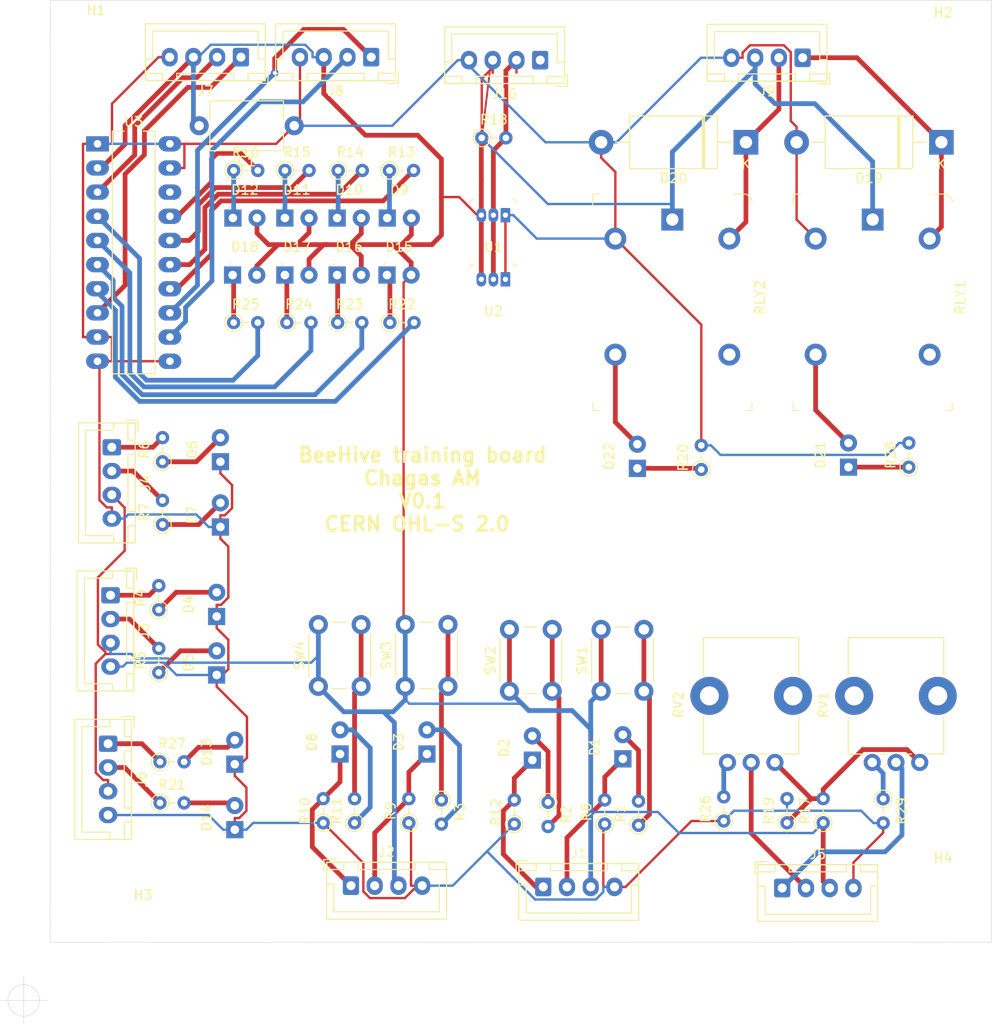
<source format=kicad_pcb>
(kicad_pcb (version 20171130) (host pcbnew "(5.1.12)-1")
  (layers (0 F.Cu signal) (31 B.Cu signal hide) (34 B.Paste user) (35 F.Paste user) (36 B.SilkS user) (37 F.SilkS user) (38 B.Mask user) (39 F.Mask user) (44 Edge.Cuts user))
  (net 0 "")
  (net 1 "Net-(D1-Pad1)")
  (net 2 "Net-(D2-Pad1)")
  (net 3 "Net-(D2-Pad2)")
  (net 4 "Net-(D3-Pad1)")
  (net 5 "Net-(D3-Pad2)")
  (net 6 GND)
  (net 7 "Net-(D4-Pad2)")
  (net 8 "Net-(D5-Pad2)")
  (net 9 "Net-(D6-Pad2)")
  (net 10 "Net-(D7-Pad2)")
  (net 11 "Net-(D8-Pad1)")
  (net 12 "Net-(D8-Pad2)")
  (net 13 "Net-(D9-Pad1)")
  (net 14 "Net-(D11-Pad1)")
  (net 15 "Net-(D13-Pad2)")
  (net 16 "Net-(J6-Pad2)")
  (net 17 "Net-(J6-Pad1)")
  (net 18 "Net-(D14-Pad2)")
  (net 19 "Net-(D15-Pad1)")
  (net 20 "Net-(D16-Pad1)")
  (net 21 "Net-(D17-Pad1)")
  (net 22 +5V)
  (net 23 "Net-(J3-Pad2)")
  (net 24 "Net-(J3-Pad1)")
  (net 25 "Net-(J4-Pad1)")
  (net 26 "Net-(J4-Pad2)")
  (net 27 "Net-(J5-Pad1)")
  (net 28 "Net-(J5-Pad2)")
  (net 29 "Net-(J7-Pad1)")
  (net 30 "Net-(J8-Pad1)")
  (net 31 "Net-(R1-Pad1)")
  (net 32 "Net-(R2-Pad2)")
  (net 33 "Net-(R17-Pad2)")
  (net 35 "Net-(J16-Pad2)")
  (net 36 "Net-(R26-Pad2)")
  (net 39 "Net-(D1-Pad2)")
  (net 40 "Net-(D21-Pad1)")
  (net 41 "Net-(D21-Pad2)")
  (net 42 "Net-(D22-Pad2)")
  (net 43 "Net-(D22-Pad1)")
  (net 44 "Net-(J7-Pad2)")
  (net 45 "Net-(J8-Pad2)")
  (net 47 "Net-(D10-Pad1)")
  (net 48 "Net-(D12-Pad1)")
  (net 49 "Net-(R3-Pad1)")
  (net 50 "Net-(R11-Pad2)")
  (net 51 "Net-(D19-Pad1)")
  (net 52 "Net-(D20-Pad1)")
  (net 53 "Net-(D18-Pad1)")
  (net 54 "Net-(R13-Pad2)")
  (net 55 "Net-(R14-Pad2)")
  (net 56 "Net-(R15-Pad2)")
  (net 57 "Net-(R16-Pad2)")
  (net 58 "Net-(R22-Pad2)")
  (net 59 "Net-(R23-Pad2)")
  (net 60 "Net-(R24-Pad2)")
  (net 61 "Net-(R25-Pad2)")
  (net 62 "Net-(RV1-Pad3)")
  (module LED_THT:LED_D3.0mm (layer F.Cu) (at 97.099 100.076 90)
    (fp_text reference D1 (at 1.27 -2.96 90) (layer F.SilkS))
    (fp_text value LED)
    (pad 1 thru_hole rect (at 0 0 90) (size 1.8 1.8) (drill 0.9) (layers *.Cu *.Mask) (net 1 "Net-(D1-Pad1)"))
    (pad 2 thru_hole circle (at 2.54 0 90) (size 1.8 1.8) (drill 0.9) (layers *.Cu *.Mask) (net 39 "Net-(D1-Pad2)"))
  )
  (module LED_THT:LED_D3.0mm (layer F.Cu) (at 76.478 99.568 90)
    (fp_text reference D3 (at 1.27 -2.96 90) (layer F.SilkS))
    (fp_text value LED)
    (pad 1 thru_hole rect (at 0 0 90) (size 1.8 1.8) (drill 0.9) (layers *.Cu *.Mask) (net 4 "Net-(D3-Pad1)"))
    (pad 2 thru_hole circle (at 2.54 0 90) (size 1.8 1.8) (drill 0.9) (layers *.Cu *.Mask) (net 5 "Net-(D3-Pad2)"))
  )
  (module LED_THT:LED_D3.0mm (layer F.Cu) (at 54.346 85.103 90)
    (fp_text reference D4 (at 1.27 -2.96 90) (layer F.SilkS))
    (fp_text value LED)
    (pad 1 thru_hole rect (at 0 0 90) (size 1.8 1.8) (drill 0.9) (layers *.Cu *.Mask) (net 6 GND))
    (pad 2 thru_hole circle (at 2.54 0 90) (size 1.8 1.8) (drill 0.9) (layers *.Cu *.Mask) (net 7 "Net-(D4-Pad2)"))
  )
  (module LED_THT:LED_D3.0mm (layer F.Cu) (at 54.346 91.254 90)
    (fp_text reference D5 (at 1.27 -2.96 90) (layer F.SilkS))
    (fp_text value LED)
    (pad 1 thru_hole rect (at 0 0 90) (size 1.8 1.8) (drill 0.9) (layers *.Cu *.Mask) (net 6 GND))
    (pad 2 thru_hole circle (at 2.54 0 90) (size 1.8 1.8) (drill 0.9) (layers *.Cu *.Mask) (net 8 "Net-(D5-Pad2)"))
  )
  (module LED_THT:LED_D3.0mm (layer F.Cu) (at 54.737 68.834 90)
    (fp_text reference D6 (at 1.27 -2.96 90) (layer F.SilkS))
    (fp_text value LED)
    (pad 1 thru_hole rect (at 0 0 90) (size 1.8 1.8) (drill 0.9) (layers *.Cu *.Mask) (net 6 GND))
    (pad 2 thru_hole circle (at 2.54 0 90) (size 1.8 1.8) (drill 0.9) (layers *.Cu *.Mask) (net 9 "Net-(D6-Pad2)"))
  )
  (module LED_THT:LED_D3.0mm (layer F.Cu) (at 54.737 75.692 90)
    (fp_text reference D7 (at 1.27 -2.96 90) (layer F.SilkS))
    (fp_text value LED)
    (pad 1 thru_hole rect (at 0 0 90) (size 1.8 1.8) (drill 0.9) (layers *.Cu *.Mask) (net 6 GND))
    (pad 2 thru_hole circle (at 2.54 0 90) (size 1.8 1.8) (drill 0.9) (layers *.Cu *.Mask) (net 10 "Net-(D7-Pad2)"))
  )
  (module LED_THT:LED_D3.0mm (layer F.Cu) (at 67.334 99.568 90)
    (fp_text reference D8 (at 1.27 -2.96 90) (layer F.SilkS))
    (fp_text value LED)
    (pad 1 thru_hole rect (at 0 0 90) (size 1.8 1.8) (drill 0.9) (layers *.Cu *.Mask) (net 11 "Net-(D8-Pad1)"))
    (pad 2 thru_hole circle (at 2.54 0 90) (size 1.8 1.8) (drill 0.9) (layers *.Cu *.Mask) (net 12 "Net-(D8-Pad2)"))
  )
  (module LED_THT:LED_D3.0mm (layer F.Cu) (at 72.3 43.2)
    (fp_text reference D9 (at 1.27 -2.96) (layer F.SilkS))
    (fp_text value LED)
    (pad 1 thru_hole rect (at 0 0) (size 1.8 1.8) (drill 0.9) (layers *.Cu *.Mask) (net 13 "Net-(D9-Pad1)"))
    (pad 2 thru_hole circle (at 2.54 0) (size 1.8 1.8) (drill 0.9) (layers *.Cu *.Mask) (net 22 +5V))
  )
  (module LED_THT:LED_D3.0mm (layer F.Cu) (at 67.025 43.2)
    (fp_text reference D10 (at 1.27 -2.96) (layer F.SilkS))
    (fp_text value LED)
    (pad 1 thru_hole rect (at 0 0) (size 1.8 1.8) (drill 0.9) (layers *.Cu *.Mask) (net 47 "Net-(D10-Pad1)"))
    (pad 2 thru_hole circle (at 2.54 0) (size 1.8 1.8) (drill 0.9) (layers *.Cu *.Mask) (net 22 +5V))
  )
  (module LED_THT:LED_D3.0mm (layer F.Cu) (at 61.525 43.2)
    (fp_text reference D11 (at 1.27 -2.96) (layer F.SilkS))
    (fp_text value LED)
    (pad 1 thru_hole rect (at 0 0) (size 1.8 1.8) (drill 0.9) (layers *.Cu *.Mask) (net 14 "Net-(D11-Pad1)"))
    (pad 2 thru_hole circle (at 2.54 0) (size 1.8 1.8) (drill 0.9) (layers *.Cu *.Mask) (net 22 +5V))
  )
  (module LED_THT:LED_D3.0mm (layer F.Cu) (at 56.05 43.2)
    (fp_text reference D12 (at 1.27 -2.96) (layer F.SilkS))
    (fp_text value LED)
    (pad 1 thru_hole rect (at 0 0) (size 1.8 1.8) (drill 0.9) (layers *.Cu *.Mask) (net 48 "Net-(D12-Pad1)"))
    (pad 2 thru_hole circle (at 2.54 0) (size 1.8 1.8) (drill 0.9) (layers *.Cu *.Mask) (net 22 +5V))
  )
  (module LED_THT:LED_D3.0mm (layer F.Cu) (at 56.25 100.642 90)
    (fp_text reference D13 (at 1.27 -2.96 90) (layer F.SilkS))
    (fp_text value LED)
    (pad 1 thru_hole rect (at 0 0 90) (size 1.8 1.8) (drill 0.9) (layers *.Cu *.Mask) (net 6 GND))
    (pad 2 thru_hole circle (at 2.54 0 90) (size 1.8 1.8) (drill 0.9) (layers *.Cu *.Mask) (net 15 "Net-(D13-Pad2)"))
  )
  (module LED_THT:LED_D3.0mm (layer F.Cu) (at 56.25 107.525 90)
    (fp_text reference D14 (at 1.27 -2.96 90) (layer F.SilkS))
    (fp_text value LED)
    (pad 1 thru_hole rect (at 0 0 90) (size 1.8 1.8) (drill 0.9) (layers *.Cu *.Mask) (net 6 GND))
    (pad 2 thru_hole circle (at 2.54 0 90) (size 1.8 1.8) (drill 0.9) (layers *.Cu *.Mask) (net 18 "Net-(D14-Pad2)"))
  )
  (module LED_THT:LED_D3.0mm (layer F.Cu) (at 72.275 49.2)
    (fp_text reference D15 (at 1.27 -2.96) (layer F.SilkS))
    (fp_text value LED)
    (pad 1 thru_hole rect (at 0 0) (size 1.8 1.8) (drill 0.9) (layers *.Cu *.Mask) (net 19 "Net-(D15-Pad1)"))
    (pad 2 thru_hole circle (at 2.54 0) (size 1.8 1.8) (drill 0.9) (layers *.Cu *.Mask) (net 22 +5V))
  )
  (module LED_THT:LED_D3.0mm (layer F.Cu) (at 67.025 49.2)
    (fp_text reference D16 (at 1.27 -2.96) (layer F.SilkS))
    (fp_text value LED)
    (pad 1 thru_hole rect (at 0 0) (size 1.8 1.8) (drill 0.9) (layers *.Cu *.Mask) (net 20 "Net-(D16-Pad1)"))
    (pad 2 thru_hole circle (at 2.54 0) (size 1.8 1.8) (drill 0.9) (layers *.Cu *.Mask) (net 22 +5V))
  )
  (module LED_THT:LED_D3.0mm (layer F.Cu) (at 61.525 49.2)
    (fp_text reference D17 (at 1.27 -2.96) (layer F.SilkS))
    (fp_text value LED)
    (pad 1 thru_hole rect (at 0 0) (size 1.8 1.8) (drill 0.9) (layers *.Cu *.Mask) (net 21 "Net-(D17-Pad1)"))
    (pad 2 thru_hole circle (at 2.54 0) (size 1.8 1.8) (drill 0.9) (layers *.Cu *.Mask) (net 22 +5V))
  )
  (module LED_THT:LED_D3.0mm (layer F.Cu) (at 56.025 49.2)
    (fp_text reference D18 (at 1.27 -2.96) (layer F.SilkS))
    (fp_text value LED)
    (pad 1 thru_hole rect (at 0 0) (size 1.8 1.8) (drill 0.9) (layers *.Cu *.Mask) (net 53 "Net-(D18-Pad1)"))
    (pad 2 thru_hole circle (at 2.54 0) (size 1.8 1.8) (drill 0.9) (layers *.Cu *.Mask) (net 22 +5V))
  )
  (module Connector_JST:JST_XH_B4B-XH-A_1x04_P2.50mm_Vertical (layer F.Cu) (at 88.717 113.538)
    (fp_text reference J1 (at 3.75 -3.55) (layer F.SilkS))
    (fp_text value Conn_01x04)
    (pad 1 thru_hole roundrect (at 0 0) (size 1.7 1.95) (drill 0.95) (layers *.Cu *.Mask) (roundrect_rratio 0.1470588235) (net 2 "Net-(D2-Pad1)"))
    (pad 2 thru_hole oval (at 2.5 0) (size 1.7 1.95) (drill 0.95) (layers *.Cu *.Mask) (net 1 "Net-(D1-Pad1)"))
    (pad 3 thru_hole oval (at 5 0) (size 1.7 1.95) (drill 0.95) (layers *.Cu *.Mask) (net 22 +5V))
    (pad 4 thru_hole oval (at 7.5 0) (size 1.7 1.95) (drill 0.95) (layers *.Cu *.Mask) (net 6 GND))
  )
  (module Connector_JST:JST_XH_B4B-XH-A_1x04_P2.50mm_Vertical (layer F.Cu) (at 68.477 113.411)
    (fp_text reference J2 (at 3.75 -3.55) (layer F.SilkS))
    (fp_text value Conn_01x04)
    (pad 1 thru_hole roundrect (at 0 0) (size 1.7 1.95) (drill 0.95) (layers *.Cu *.Mask) (roundrect_rratio 0.1470588235) (net 11 "Net-(D8-Pad1)"))
    (pad 2 thru_hole oval (at 2.5 0) (size 1.7 1.95) (drill 0.95) (layers *.Cu *.Mask) (net 4 "Net-(D3-Pad1)"))
    (pad 3 thru_hole oval (at 5 0) (size 1.7 1.95) (drill 0.95) (layers *.Cu *.Mask) (net 22 +5V))
    (pad 4 thru_hole oval (at 7.5 0) (size 1.7 1.95) (drill 0.95) (layers *.Cu *.Mask) (net 6 GND))
  )
  (module Connector_JST:JST_XH_B4B-XH-A_1x04_P2.50mm_Vertical (layer F.Cu) (at 43.17 82.872 270)
    (fp_text reference J3 (at 3.75 -3.55 90) (layer F.SilkS))
    (fp_text value Conn_01x04)
    (pad 1 thru_hole roundrect (at 0 0 270) (size 1.7 1.95) (drill 0.95) (layers *.Cu *.Mask) (roundrect_rratio 0.1470588235) (net 24 "Net-(J3-Pad1)"))
    (pad 2 thru_hole oval (at 2.5 0 270) (size 1.7 1.95) (drill 0.95) (layers *.Cu *.Mask) (net 23 "Net-(J3-Pad2)"))
    (pad 3 thru_hole oval (at 5 0 270) (size 1.7 1.95) (drill 0.95) (layers *.Cu *.Mask) (net 22 +5V))
    (pad 4 thru_hole oval (at 7.5 0 270) (size 1.7 1.95) (drill 0.95) (layers *.Cu *.Mask) (net 6 GND))
  )
  (module Connector_JST:JST_XH_B4B-XH-A_1x04_P2.50mm_Vertical (layer F.Cu) (at 43.307 67.31 270)
    (fp_text reference J4 (at 3.75 -3.55 90) (layer F.SilkS))
    (fp_text value Conn_01x04)
    (pad 1 thru_hole roundrect (at 0 0 270) (size 1.7 1.95) (drill 0.95) (layers *.Cu *.Mask) (roundrect_rratio 0.1470588235) (net 25 "Net-(J4-Pad1)"))
    (pad 2 thru_hole oval (at 2.5 0 270) (size 1.7 1.95) (drill 0.95) (layers *.Cu *.Mask) (net 26 "Net-(J4-Pad2)"))
    (pad 3 thru_hole oval (at 5 0 270) (size 1.7 1.95) (drill 0.95) (layers *.Cu *.Mask) (net 22 +5V))
    (pad 4 thru_hole oval (at 7.5 0 270) (size 1.7 1.95) (drill 0.95) (layers *.Cu *.Mask) (net 6 GND))
  )
  (module Connector_JST:JST_XH_B4B-XH-A_1x04_P2.50mm_Vertical (layer F.Cu) (at 113.87 113.658)
    (fp_text reference J5 (at 3.75 -3.55) (layer F.SilkS))
    (fp_text value Conn_01x04)
    (pad 1 thru_hole roundrect (at 0 0) (size 1.7 1.95) (drill 0.95) (layers *.Cu *.Mask) (roundrect_rratio 0.1470588235) (net 27 "Net-(J5-Pad1)"))
    (pad 2 thru_hole oval (at 2.5 0) (size 1.7 1.95) (drill 0.95) (layers *.Cu *.Mask) (net 28 "Net-(J5-Pad2)"))
    (pad 3 thru_hole oval (at 5 0) (size 1.7 1.95) (drill 0.95) (layers *.Cu *.Mask) (net 22 +5V))
    (pad 4 thru_hole oval (at 7.5 0) (size 1.7 1.95) (drill 0.95) (layers *.Cu *.Mask) (net 6 GND))
  )
  (module Resistor_THT:R_Axial_DIN0204_L3.6mm_D1.6mm_P2.54mm_Vertical (layer F.Cu) (at 98.75 107.061 90)
    (fp_text reference R1 (at 1.27 -1.92 90) (layer F.SilkS))
    (fp_text value 220)
    (pad 1 thru_hole circle (at 0 0 90) (size 1.4 1.4) (drill 0.7) (layers *.Cu *.Mask) (net 31 "Net-(R1-Pad1)"))
    (pad 2 thru_hole oval (at 2.54 0 90) (size 1.4 1.4) (drill 0.7) (layers *.Cu *.Mask) (net 39 "Net-(D1-Pad2)"))
  )
  (module Resistor_THT:R_Axial_DIN0204_L3.6mm_D1.6mm_P2.54mm_Vertical (layer F.Cu) (at 89.225 104.648 270)
    (fp_text reference R2 (at 1.27 -1.92 90) (layer F.SilkS))
    (fp_text value 220)
    (pad 1 thru_hole circle (at 0 0 270) (size 1.4 1.4) (drill 0.7) (layers *.Cu *.Mask) (net 3 "Net-(D2-Pad2)"))
    (pad 2 thru_hole oval (at 2.54 0 270) (size 1.4 1.4) (drill 0.7) (layers *.Cu *.Mask) (net 32 "Net-(R2-Pad2)"))
  )
  (module Resistor_THT:R_Axial_DIN0204_L3.6mm_D1.6mm_P2.54mm_Vertical (layer F.Cu) (at 78.002 104.394 270)
    (fp_text reference R3 (at 1.27 -1.92 90) (layer F.SilkS))
    (fp_text value 220)
    (pad 1 thru_hole circle (at 0 0 270) (size 1.4 1.4) (drill 0.7) (layers *.Cu *.Mask) (net 49 "Net-(R3-Pad1)"))
    (pad 2 thru_hole oval (at 2.54 0 270) (size 1.4 1.4) (drill 0.7) (layers *.Cu *.Mask) (net 5 "Net-(D3-Pad2)"))
  )
  (module Resistor_THT:R_Axial_DIN0204_L3.6mm_D1.6mm_P2.54mm_Vertical (layer F.Cu) (at 48.25 84.396 90)
    (fp_text reference R4 (at 1.27 -1.92 90) (layer F.SilkS))
    (fp_text value 220)
    (pad 1 thru_hole circle (at 0 0 90) (size 1.4 1.4) (drill 0.7) (layers *.Cu *.Mask) (net 7 "Net-(D4-Pad2)"))
    (pad 2 thru_hole oval (at 2.54 0 90) (size 1.4 1.4) (drill 0.7) (layers *.Cu *.Mask) (net 24 "Net-(J3-Pad1)"))
  )
  (module Resistor_THT:R_Axial_DIN0204_L3.6mm_D1.6mm_P2.54mm_Vertical (layer F.Cu) (at 48.25 91 90)
    (fp_text reference R5 (at 1.27 -1.92 90) (layer F.SilkS))
    (fp_text value 220)
    (pad 1 thru_hole circle (at 0 0 90) (size 1.4 1.4) (drill 0.7) (layers *.Cu *.Mask) (net 8 "Net-(D5-Pad2)"))
    (pad 2 thru_hole oval (at 2.54 0 90) (size 1.4 1.4) (drill 0.7) (layers *.Cu *.Mask) (net 23 "Net-(J3-Pad2)"))
  )
  (module Resistor_THT:R_Axial_DIN0204_L3.6mm_D1.6mm_P2.54mm_Vertical (layer F.Cu) (at 48.641 68.834 90)
    (fp_text reference R6 (at 1.27 -1.92 90) (layer F.SilkS))
    (fp_text value 220)
    (pad 1 thru_hole circle (at 0 0 90) (size 1.4 1.4) (drill 0.7) (layers *.Cu *.Mask) (net 9 "Net-(D6-Pad2)"))
    (pad 2 thru_hole oval (at 2.54 0 90) (size 1.4 1.4) (drill 0.7) (layers *.Cu *.Mask) (net 25 "Net-(J4-Pad1)"))
  )
  (module Resistor_THT:R_Axial_DIN0204_L3.6mm_D1.6mm_P2.54mm_Vertical (layer F.Cu) (at 48.641 75.438 90)
    (fp_text reference R7 (at 1.27 -1.92 90) (layer F.SilkS))
    (fp_text value 220)
    (pad 1 thru_hole circle (at 0 0 90) (size 1.4 1.4) (drill 0.7) (layers *.Cu *.Mask) (net 10 "Net-(D7-Pad2)"))
    (pad 2 thru_hole oval (at 2.54 0 90) (size 1.4 1.4) (drill 0.7) (layers *.Cu *.Mask) (net 26 "Net-(J4-Pad2)"))
  )
  (module Resistor_THT:R_Axial_DIN0204_L3.6mm_D1.6mm_P2.54mm_Vertical (layer F.Cu) (at 95.194 106.934 90)
    (fp_text reference R8 (at 1.27 -1.92 90) (layer F.SilkS))
    (fp_text value 1k)
    (pad 1 thru_hole circle (at 0 0 90) (size 1.4 1.4) (drill 0.7) (layers *.Cu *.Mask) (net 6 GND))
    (pad 2 thru_hole oval (at 2.54 0 90) (size 1.4 1.4) (drill 0.7) (layers *.Cu *.Mask) (net 1 "Net-(D1-Pad1)"))
  )
  (module Resistor_THT:R_Axial_DIN0204_L3.6mm_D1.6mm_P2.54mm_Vertical (layer F.Cu) (at 74.573 106.807 90)
    (fp_text reference R9 (at 1.27 -1.92 90) (layer F.SilkS))
    (fp_text value 1k)
    (pad 1 thru_hole circle (at 0 0 90) (size 1.4 1.4) (drill 0.7) (layers *.Cu *.Mask) (net 6 GND))
    (pad 2 thru_hole oval (at 2.54 0 90) (size 1.4 1.4) (drill 0.7) (layers *.Cu *.Mask) (net 4 "Net-(D3-Pad1)"))
  )
  (module Resistor_THT:R_Axial_DIN0204_L3.6mm_D1.6mm_P2.54mm_Vertical (layer F.Cu) (at 65.556 106.807 90)
    (fp_text reference R10 (at 1.27 -1.92 90) (layer F.SilkS))
    (fp_text value 1k)
    (pad 1 thru_hole circle (at 0 0 90) (size 1.4 1.4) (drill 0.7) (layers *.Cu *.Mask) (net 6 GND))
    (pad 2 thru_hole oval (at 2.54 0 90) (size 1.4 1.4) (drill 0.7) (layers *.Cu *.Mask) (net 11 "Net-(D8-Pad1)"))
  )
  (module Resistor_THT:R_Axial_DIN0204_L3.6mm_D1.6mm_P2.54mm_Vertical (layer F.Cu) (at 68.858 106.807 90)
    (fp_text reference R11 (at 1.27 -1.92 90) (layer F.SilkS))
    (fp_text value 220)
    (pad 1 thru_hole circle (at 0 0 90) (size 1.4 1.4) (drill 0.7) (layers *.Cu *.Mask) (net 12 "Net-(D8-Pad2)"))
    (pad 2 thru_hole oval (at 2.54 0 90) (size 1.4 1.4) (drill 0.7) (layers *.Cu *.Mask) (net 50 "Net-(R11-Pad2)"))
  )
  (module Resistor_THT:R_Axial_DIN0204_L3.6mm_D1.6mm_P2.54mm_Vertical (layer F.Cu) (at 85.669 106.934 90)
    (fp_text reference R12 (at 1.27 -1.92 90) (layer F.SilkS))
    (fp_text value 1k)
    (pad 1 thru_hole circle (at 0 0 90) (size 1.4 1.4) (drill 0.7) (layers *.Cu *.Mask) (net 6 GND))
    (pad 2 thru_hole oval (at 2.54 0 90) (size 1.4 1.4) (drill 0.7) (layers *.Cu *.Mask) (net 2 "Net-(D2-Pad1)"))
  )
  (module Resistor_THT:R_Axial_DIN0204_L3.6mm_D1.6mm_P2.54mm_Vertical (layer F.Cu) (at 72.53 38.2)
    (fp_text reference R13 (at 1.27 -1.92) (layer F.SilkS))
    (fp_text value 560)
    (pad 1 thru_hole circle (at 0 0) (size 1.4 1.4) (drill 0.7) (layers *.Cu *.Mask) (net 13 "Net-(D9-Pad1)"))
    (pad 2 thru_hole oval (at 2.54 0) (size 1.4 1.4) (drill 0.7) (layers *.Cu *.Mask) (net 54 "Net-(R13-Pad2)"))
  )
  (module Resistor_THT:R_Axial_DIN0204_L3.6mm_D1.6mm_P2.54mm_Vertical (layer F.Cu) (at 67.13 38.2)
    (fp_text reference R14 (at 1.27 -1.92) (layer F.SilkS))
    (fp_text value 560)
    (pad 1 thru_hole circle (at 0 0) (size 1.4 1.4) (drill 0.7) (layers *.Cu *.Mask) (net 47 "Net-(D10-Pad1)"))
    (pad 2 thru_hole oval (at 2.54 0) (size 1.4 1.4) (drill 0.7) (layers *.Cu *.Mask) (net 55 "Net-(R14-Pad2)"))
  )
  (module Resistor_THT:R_Axial_DIN0204_L3.6mm_D1.6mm_P2.54mm_Vertical (layer F.Cu) (at 61.53 38.2)
    (fp_text reference R15 (at 1.27 -1.92) (layer F.SilkS))
    (fp_text value 560)
    (pad 1 thru_hole circle (at 0 0) (size 1.4 1.4) (drill 0.7) (layers *.Cu *.Mask) (net 14 "Net-(D11-Pad1)"))
    (pad 2 thru_hole oval (at 2.54 0) (size 1.4 1.4) (drill 0.7) (layers *.Cu *.Mask) (net 56 "Net-(R15-Pad2)"))
  )
  (module Resistor_THT:R_Axial_DIN0204_L3.6mm_D1.6mm_P2.54mm_Vertical (layer F.Cu) (at 56.13 38.2)
    (fp_text reference R16 (at 1.27 -1.92) (layer F.SilkS))
    (fp_text value 560)
    (pad 1 thru_hole circle (at 0 0) (size 1.4 1.4) (drill 0.7) (layers *.Cu *.Mask) (net 48 "Net-(D12-Pad1)"))
    (pad 2 thru_hole oval (at 2.54 0) (size 1.4 1.4) (drill 0.7) (layers *.Cu *.Mask) (net 57 "Net-(R16-Pad2)"))
  )
  (module Resistor_THT:R_Axial_DIN0204_L3.6mm_D1.6mm_P2.54mm_Vertical (layer F.Cu) (at 118.188 106.8 90)
    (fp_text reference R17 (at 1.27 -1.92 90) (layer F.SilkS))
    (fp_text value 220)
    (pad 1 thru_hole circle (at 0 0 90) (size 1.4 1.4) (drill 0.7) (layers *.Cu *.Mask) (net 22 +5V))
    (pad 2 thru_hole oval (at 2.54 0 90) (size 1.4 1.4) (drill 0.7) (layers *.Cu *.Mask) (net 33 "Net-(R17-Pad2)"))
  )
  (module Resistor_THT:R_Axial_DIN0204_L3.6mm_D1.6mm_P2.54mm_Vertical (layer F.Cu) (at 82.249 34.775)
    (fp_text reference R18 (at 1.27 -1.92) (layer F.SilkS))
    (fp_text value 4.7k)
    (pad 1 thru_hole circle (at 0 0) (size 1.4 1.4) (drill 0.7) (layers *.Cu *.Mask) (net 22 +5V))
    (pad 2 thru_hole oval (at 2.54 0) (size 1.4 1.4) (drill 0.7) (layers *.Cu *.Mask) (net 35 "Net-(J16-Pad2)"))
  )
  (module Resistor_THT:R_Axial_DIN0204_L3.6mm_D1.6mm_P2.54mm_Vertical (layer F.Cu) (at 114.378 106.8 90)
    (fp_text reference R19 (at 1.27 -1.92 90) (layer F.SilkS))
    (fp_text value 330)
    (pad 1 thru_hole circle (at 0 0 90) (size 1.4 1.4) (drill 0.7) (layers *.Cu *.Mask) (net 33 "Net-(R17-Pad2)"))
    (pad 2 thru_hole oval (at 2.54 0 90) (size 1.4 1.4) (drill 0.7) (layers *.Cu *.Mask) (net 6 GND))
  )
  (module Resistor_THT:R_Axial_DIN0204_L3.6mm_D1.6mm_P2.54mm_Vertical (layer F.Cu) (at 105.356 69.654 90)
    (fp_text reference R20 (at 1.27 -1.92 90) (layer F.SilkS))
    (fp_text value 560)
    (pad 1 thru_hole circle (at 0 0 90) (size 1.4 1.4) (drill 0.7) (layers *.Cu *.Mask) (net 43 "Net-(D22-Pad1)"))
    (pad 2 thru_hole oval (at 2.54 0 90) (size 1.4 1.4) (drill 0.7) (layers *.Cu *.Mask) (net 6 GND))
  )
  (module Resistor_THT:R_Axial_DIN0204_L3.6mm_D1.6mm_P2.54mm_Vertical (layer F.Cu) (at 48.376 104.706)
    (fp_text reference R21 (at 1.27 -1.92) (layer F.SilkS))
    (fp_text value 560)
    (pad 1 thru_hole circle (at 0 0) (size 1.4 1.4) (drill 0.7) (layers *.Cu *.Mask) (net 16 "Net-(J6-Pad2)"))
    (pad 2 thru_hole oval (at 2.54 0) (size 1.4 1.4) (drill 0.7) (layers *.Cu *.Mask) (net 18 "Net-(D14-Pad2)"))
  )
  (module Resistor_THT:R_Axial_DIN0204_L3.6mm_D1.6mm_P2.54mm_Vertical (layer F.Cu) (at 72.58 54.2)
    (fp_text reference R22 (at 1.27 -1.92) (layer F.SilkS))
    (fp_text value 560)
    (pad 1 thru_hole circle (at 0 0) (size 1.4 1.4) (drill 0.7) (layers *.Cu *.Mask) (net 19 "Net-(D15-Pad1)"))
    (pad 2 thru_hole oval (at 2.54 0) (size 1.4 1.4) (drill 0.7) (layers *.Cu *.Mask) (net 58 "Net-(R22-Pad2)"))
  )
  (module Resistor_THT:R_Axial_DIN0204_L3.6mm_D1.6mm_P2.54mm_Vertical (layer F.Cu) (at 67.08 54.2)
    (fp_text reference R23 (at 1.27 -1.92) (layer F.SilkS))
    (fp_text value 560)
    (pad 1 thru_hole circle (at 0 0) (size 1.4 1.4) (drill 0.7) (layers *.Cu *.Mask) (net 20 "Net-(D16-Pad1)"))
    (pad 2 thru_hole oval (at 2.54 0) (size 1.4 1.4) (drill 0.7) (layers *.Cu *.Mask) (net 59 "Net-(R23-Pad2)"))
  )
  (module Resistor_THT:R_Axial_DIN0204_L3.6mm_D1.6mm_P2.54mm_Vertical (layer F.Cu) (at 61.73 54.2)
    (fp_text reference R24 (at 1.27 -1.92) (layer F.SilkS))
    (fp_text value 560)
    (pad 1 thru_hole circle (at 0 0) (size 1.4 1.4) (drill 0.7) (layers *.Cu *.Mask) (net 21 "Net-(D17-Pad1)"))
    (pad 2 thru_hole oval (at 2.54 0) (size 1.4 1.4) (drill 0.7) (layers *.Cu *.Mask) (net 60 "Net-(R24-Pad2)"))
  )
  (module Resistor_THT:R_Axial_DIN0204_L3.6mm_D1.6mm_P2.54mm_Vertical (layer F.Cu) (at 56.13 54.2)
    (fp_text reference R25 (at 1.27 -1.92) (layer F.SilkS))
    (fp_text value 560)
    (pad 1 thru_hole circle (at 0 0) (size 1.4 1.4) (drill 0.7) (layers *.Cu *.Mask) (net 53 "Net-(D18-Pad1)"))
    (pad 2 thru_hole oval (at 2.54 0) (size 1.4 1.4) (drill 0.7) (layers *.Cu *.Mask) (net 61 "Net-(R25-Pad2)"))
  )
  (module Potentiometer_THT:Potentiometer_Alps_RK09K_Single_Vertical (layer F.Cu) (at 128.348 100.45 90)
    (fp_text reference RV1 (at 6.05 -10.15 90) (layer F.SilkS))
    (fp_text value 1k)
    (pad "" np_thru_hole circle (at 7 -6.9 90) (size 4 4) (drill 2) (layers *.Cu *.Mask))
    (pad "" np_thru_hole circle (at 7 1.9 90) (size 4 4) (drill 2) (layers *.Cu *.Mask))
    (pad 1 thru_hole circle (at 0 0 90) (size 1.8 1.8) (drill 1) (layers *.Cu *.Mask) (net 33 "Net-(R17-Pad2)"))
    (pad 2 thru_hole circle (at 0 -2.5 90) (size 1.8 1.8) (drill 1) (layers *.Cu *.Mask) (net 27 "Net-(J5-Pad1)"))
    (pad 3 thru_hole circle (at 0 -5 90) (size 1.8 1.8) (drill 1) (layers *.Cu *.Mask) (net 62 "Net-(RV1-Pad3)"))
  )
  (module Potentiometer_THT:Potentiometer_Alps_RK09K_Single_Vertical (layer F.Cu) (at 113.108 100.45 90)
    (fp_text reference RV2 (at 6.05 -10.15 90) (layer F.SilkS))
    (fp_text value 1k)
    (pad "" np_thru_hole circle (at 7 -6.9 90) (size 4 4) (drill 2) (layers *.Cu *.Mask))
    (pad "" np_thru_hole circle (at 7 1.9 90) (size 4 4) (drill 2) (layers *.Cu *.Mask))
    (pad 1 thru_hole circle (at 0 0 90) (size 1.8 1.8) (drill 1) (layers *.Cu *.Mask) (net 33 "Net-(R17-Pad2)"))
    (pad 2 thru_hole circle (at 0 -2.5 90) (size 1.8 1.8) (drill 1) (layers *.Cu *.Mask) (net 28 "Net-(J5-Pad2)"))
    (pad 3 thru_hole circle (at 0 -5 90) (size 1.8 1.8) (drill 1) (layers *.Cu *.Mask) (net 36 "Net-(R26-Pad2)"))
  )
  (module Button_Switch_THT:SW_PUSH_6mm (layer F.Cu) (at 94.813 92.964 90)
    (fp_text reference SW1 (at 3.25 -2 90) (layer F.SilkS))
    (fp_text value SW_Push)
    (pad 1 thru_hole circle (at 0 0 180) (size 2 2) (drill 1.1) (layers *.Cu *.Mask) (net 22 +5V))
    (pad 1 thru_hole circle (at 6.5 0 180) (size 2 2) (drill 1.1) (layers *.Cu *.Mask) (net 22 +5V))
    (pad 2 thru_hole circle (at 6.5 4.5 180) (size 2 2) (drill 1.1) (layers *.Cu *.Mask) (net 31 "Net-(R1-Pad1)"))
    (pad 2 thru_hole circle (at 0 4.5 180) (size 2 2) (drill 1.1) (layers *.Cu *.Mask) (net 31 "Net-(R1-Pad1)"))
  )
  (module Button_Switch_THT:SW_PUSH_6mm (layer F.Cu) (at 85.161 92.964 90)
    (fp_text reference SW2 (at 3.25 -2 90) (layer F.SilkS))
    (fp_text value SW_Push)
    (pad 1 thru_hole circle (at 6.5 0 180) (size 2 2) (drill 1.1) (layers *.Cu *.Mask) (net 22 +5V))
    (pad 1 thru_hole circle (at 0 0 180) (size 2 2) (drill 1.1) (layers *.Cu *.Mask) (net 22 +5V))
    (pad 2 thru_hole circle (at 0 4.5 180) (size 2 2) (drill 1.1) (layers *.Cu *.Mask) (net 32 "Net-(R2-Pad2)"))
    (pad 2 thru_hole circle (at 6.5 4.5 180) (size 2 2) (drill 1.1) (layers *.Cu *.Mask) (net 32 "Net-(R2-Pad2)"))
  )
  (module Button_Switch_THT:SW_PUSH_6mm (layer F.Cu) (at 74.192 92.456 90)
    (fp_text reference SW3 (at 3.25 -2 90) (layer F.SilkS))
    (fp_text value SW_Push)
    (pad 1 thru_hole circle (at 6.5 0 180) (size 2 2) (drill 1.1) (layers *.Cu *.Mask) (net 22 +5V))
    (pad 1 thru_hole circle (at 0 0 180) (size 2 2) (drill 1.1) (layers *.Cu *.Mask) (net 22 +5V))
    (pad 2 thru_hole circle (at 0 4.5 180) (size 2 2) (drill 1.1) (layers *.Cu *.Mask) (net 49 "Net-(R3-Pad1)"))
    (pad 2 thru_hole circle (at 6.5 4.5 180) (size 2 2) (drill 1.1) (layers *.Cu *.Mask) (net 49 "Net-(R3-Pad1)"))
  )
  (module Button_Switch_THT:SW_PUSH_6mm (layer F.Cu) (at 65.048 92.456 90)
    (fp_text reference SW4 (at 3.25 -2 90) (layer F.SilkS))
    (fp_text value SW_Push)
    (pad 1 thru_hole circle (at 0 0 180) (size 2 2) (drill 1.1) (layers *.Cu *.Mask) (net 22 +5V))
    (pad 1 thru_hole circle (at 6.5 0 180) (size 2 2) (drill 1.1) (layers *.Cu *.Mask) (net 22 +5V))
    (pad 2 thru_hole circle (at 0 4.5 180) (size 2 2) (drill 1.1) (layers *.Cu *.Mask) (net 50 "Net-(R11-Pad2)"))
    (pad 2 thru_hole circle (at 6.5 4.5 180) (size 2 2) (drill 1.1) (layers *.Cu *.Mask) (net 50 "Net-(R11-Pad2)"))
  )
  (module digikey-footprints:TO-92-3 (layer F.Cu) (at 84.739 42.9 180)
    (fp_text reference U1 (at 1.27 -3.35) (layer F.SilkS))
    (fp_text value DS18S20_)
    (pad 1 thru_hole rect (at 0 0) (size 1 1.5) (drill 0.55) (layers *.Cu *.Mask) (net 6 GND))
    (pad 2 thru_hole oval (at 1.27 0) (size 1 1.5) (drill 0.55) (layers *.Cu *.Mask) (net 35 "Net-(J16-Pad2)"))
    (pad 3 thru_hole oval (at 2.54 0) (size 1 1.5) (drill 0.55) (layers *.Cu *.Mask) (net 22 +5V))
  )
  (module digikey-footprints:TO-92-3 (layer F.Cu) (at 84.739 49.65 180)
    (fp_text reference U2 (at 1.27 -3.35) (layer F.SilkS))
    (fp_text value DS18S20_)
    (pad 1 thru_hole rect (at 0 0) (size 1 1.5) (drill 0.55) (layers *.Cu *.Mask) (net 6 GND))
    (pad 2 thru_hole oval (at 1.27 0) (size 1 1.5) (drill 0.55) (layers *.Cu *.Mask) (net 35 "Net-(J16-Pad2)"))
    (pad 3 thru_hole oval (at 2.54 0) (size 1 1.5) (drill 0.55) (layers *.Cu *.Mask) (net 22 +5V))
  )
  (module Connector_JST:JST_XH_B4B-XH-A_1x04_P2.50mm_Vertical (layer F.Cu) (at 88.4 26.6 180)
    (fp_text reference J16 (at 3.75 -3.55) (layer F.SilkS))
    (fp_text value Conn_01x04)
    (pad 1 thru_hole roundrect (at 0 0 180) (size 1.7 1.95) (drill 0.95) (layers *.Cu *.Mask) (roundrect_rratio 0.1470588235))
    (pad 2 thru_hole oval (at 2.5 0 180) (size 1.7 1.95) (drill 0.95) (layers *.Cu *.Mask) (net 35 "Net-(J16-Pad2)"))
    (pad 3 thru_hole oval (at 5 0 180) (size 1.7 1.95) (drill 0.95) (layers *.Cu *.Mask) (net 22 +5V))
    (pad 4 thru_hole oval (at 7.5 0 180) (size 1.7 1.95) (drill 0.95) (layers *.Cu *.Mask) (net 6 GND))
  )
  (module Resistor_THT:R_Axial_DIN0204_L3.6mm_D1.6mm_P2.54mm_Vertical (layer F.Cu) (at 107.72 106.61 90)
    (fp_text reference R26 (at 1.27 -1.92 90) (layer F.SilkS))
    (fp_text value 330)
    (pad 1 thru_hole circle (at 0 0 90) (size 1.4 1.4) (drill 0.7) (layers *.Cu *.Mask) (net 6 GND))
    (pad 2 thru_hole oval (at 2.54 0 90) (size 1.4 1.4) (drill 0.7) (layers *.Cu *.Mask) (net 36 "Net-(R26-Pad2)"))
  )
  (module LED_THT:LED_D3.0mm (layer F.Cu) (at 87.574 100.203 90)
    (fp_text reference D2 (at 1.27 -2.96 90) (layer F.SilkS))
    (fp_text value LED)
    (pad 1 thru_hole rect (at 0 0 90) (size 1.8 1.8) (drill 0.9) (layers *.Cu *.Mask) (net 2 "Net-(D2-Pad1)"))
    (pad 2 thru_hole circle (at 2.54 0 90) (size 1.8 1.8) (drill 0.9) (layers *.Cu *.Mask) (net 3 "Net-(D2-Pad2)"))
  )
  (module LED_THT:LED_D3.0mm (layer F.Cu) (at 120.85 69.4 90)
    (fp_text reference D21 (at 1.27 -2.96 90) (layer F.SilkS))
    (fp_text value LED)
    (pad 1 thru_hole rect (at 0 0 90) (size 1.8 1.8) (drill 0.9) (layers *.Cu *.Mask) (net 40 "Net-(D21-Pad1)"))
    (pad 2 thru_hole circle (at 2.54 0 90) (size 1.8 1.8) (drill 0.9) (layers *.Cu *.Mask) (net 41 "Net-(D21-Pad2)"))
  )
  (module LED_THT:LED_D3.0mm (layer F.Cu) (at 98.625 69.527 90)
    (fp_text reference D22 (at 1.27 -2.96 90) (layer F.SilkS))
    (fp_text value LED)
    (pad 1 thru_hole rect (at 0 0 90) (size 1.8 1.8) (drill 0.9) (layers *.Cu *.Mask) (net 43 "Net-(D22-Pad1)"))
    (pad 2 thru_hole circle (at 2.54 0 90) (size 1.8 1.8) (drill 0.9) (layers *.Cu *.Mask) (net 42 "Net-(D22-Pad2)"))
  )
  (module Connector_JST:JST_XH_B4B-XH-A_1x04_P2.50mm_Vertical (layer F.Cu) (at 56.896 26.289 180)
    (fp_text reference J7 (at 3.75 -3.55) (layer F.SilkS))
    (fp_text value Conn_01x04)
    (pad 1 thru_hole roundrect (at 0 0 180) (size 1.7 1.95) (drill 0.95) (layers *.Cu *.Mask) (roundrect_rratio 0.1470588235) (net 29 "Net-(J7-Pad1)"))
    (pad 2 thru_hole oval (at 2.5 0 180) (size 1.7 1.95) (drill 0.95) (layers *.Cu *.Mask) (net 44 "Net-(J7-Pad2)"))
    (pad 3 thru_hole oval (at 5 0 180) (size 1.7 1.95) (drill 0.95) (layers *.Cu *.Mask) (net 22 +5V))
    (pad 4 thru_hole oval (at 7.5 0 180) (size 1.7 1.95) (drill 0.95) (layers *.Cu *.Mask) (net 6 GND))
  )
  (module Connector_JST:JST_XH_B4B-XH-A_1x04_P2.50mm_Vertical (layer F.Cu) (at 70.612 26.289 180)
    (fp_text reference J8 (at 3.75 -3.55) (layer F.SilkS))
    (fp_text value Conn_01x04)
    (pad 1 thru_hole roundrect (at 0 0 180) (size 1.7 1.95) (drill 0.95) (layers *.Cu *.Mask) (roundrect_rratio 0.1470588235) (net 30 "Net-(J8-Pad1)"))
    (pad 2 thru_hole oval (at 2.5 0 180) (size 1.7 1.95) (drill 0.95) (layers *.Cu *.Mask) (net 45 "Net-(J8-Pad2)"))
    (pad 3 thru_hole oval (at 5 0 180) (size 1.7 1.95) (drill 0.95) (layers *.Cu *.Mask) (net 22 +5V))
    (pad 4 thru_hole oval (at 7.5 0 180) (size 1.7 1.95) (drill 0.95) (layers *.Cu *.Mask) (net 6 GND))
  )
  (module Connector_JST:JST_XH_B4B-XH-A_1x04_P2.50mm_Vertical (layer F.Cu) (at 116.024 26.347 180)
    (fp_text reference J9 (at 3.75 -3.55) (layer F.SilkS))
    (fp_text value Conn_01x04)
    (pad 1 thru_hole roundrect (at 0 0 180) (size 1.7 1.95) (drill 0.95) (layers *.Cu *.Mask) (roundrect_rratio 0.1470588235) (net 51 "Net-(D19-Pad1)"))
    (pad 2 thru_hole oval (at 2.5 0 180) (size 1.7 1.95) (drill 0.95) (layers *.Cu *.Mask) (net 52 "Net-(D20-Pad1)"))
    (pad 3 thru_hole oval (at 5 0 180) (size 1.7 1.95) (drill 0.95) (layers *.Cu *.Mask) (net 22 +5V))
    (pad 4 thru_hole oval (at 7.5 0 180) (size 1.7 1.95) (drill 0.95) (layers *.Cu *.Mask) (net 6 GND))
  )
  (module Resistor_THT:R_Axial_DIN0204_L3.6mm_D1.6mm_P2.54mm_Vertical (layer F.Cu) (at 48.376 100.388)
    (fp_text reference R27 (at 1.27 -1.92) (layer F.SilkS))
    (fp_text value 560)
    (pad 1 thru_hole circle (at 0 0) (size 1.4 1.4) (drill 0.7) (layers *.Cu *.Mask) (net 17 "Net-(J6-Pad1)"))
    (pad 2 thru_hole oval (at 2.54 0) (size 1.4 1.4) (drill 0.7) (layers *.Cu *.Mask) (net 15 "Net-(D13-Pad2)"))
  )
  (module Resistor_THT:R_Axial_DIN0204_L3.6mm_D1.6mm_P2.54mm_Vertical (layer F.Cu) (at 127.2 69.4 90)
    (fp_text reference R28 (at 1.27 -1.92 90) (layer F.SilkS))
    (fp_text value 560)
    (pad 1 thru_hole circle (at 0 0 90) (size 1.4 1.4) (drill 0.7) (layers *.Cu *.Mask) (net 40 "Net-(D21-Pad1)"))
    (pad 2 thru_hole oval (at 2.54 0 90) (size 1.4 1.4) (drill 0.7) (layers *.Cu *.Mask) (net 6 GND))
  )
  (module digikey-footprints:Relay_THT_G5LE-14 (layer F.Cu) (at 123.39 43.365 270)
    (fp_text reference RLY1 (at 8.2 -9.225 90) (layer F.SilkS))
    (fp_text value G5LE-14_DC5)
    (pad 1 thru_hole rect (at 0 0 270) (size 2.3 2.3) (drill 1.3) (layers *.Cu *.Mask) (net 22 +5V))
    (pad 2 thru_hole circle (at 2 6 270) (size 2.3 2.3) (drill 1.3) (layers *.Cu *.Mask) (net 6 GND))
    (pad 3 thru_hole circle (at 14.2 6 270) (size 2.3 2.3) (drill 1.3) (layers *.Cu *.Mask) (net 41 "Net-(D21-Pad2)"))
    (pad 4 thru_hole circle (at 14.2 -6 270) (size 2.3 2.3) (drill 1.3) (layers *.Cu *.Mask))
    (pad 5 thru_hole circle (at 2 -6 270) (size 2.3 2.3) (drill 1.3) (layers *.Cu *.Mask) (net 51 "Net-(D19-Pad1)"))
  )
  (module digikey-footprints:Relay_THT_G5LE-14 (layer F.Cu) (at 102.308 43.365 270)
    (fp_text reference RLY2 (at 8.2 -9.225 90) (layer F.SilkS))
    (fp_text value G5LE-14_DC5)
    (pad 1 thru_hole rect (at 0 0 270) (size 2.3 2.3) (drill 1.3) (layers *.Cu *.Mask) (net 22 +5V))
    (pad 2 thru_hole circle (at 2 6 270) (size 2.3 2.3) (drill 1.3) (layers *.Cu *.Mask) (net 6 GND))
    (pad 3 thru_hole circle (at 14.2 6 270) (size 2.3 2.3) (drill 1.3) (layers *.Cu *.Mask) (net 42 "Net-(D22-Pad2)"))
    (pad 4 thru_hole circle (at 14.2 -6 270) (size 2.3 2.3) (drill 1.3) (layers *.Cu *.Mask))
    (pad 5 thru_hole circle (at 2 -6 270) (size 2.3 2.3) (drill 1.3) (layers *.Cu *.Mask) (net 52 "Net-(D20-Pad1)"))
  )
  (module Package_DIP:DIP-20_W7.62mm_LongPads (layer F.Cu) (at 41.8 35.4)
    (fp_text reference U3 (at 3.81 -2.33) (layer F.SilkS))
    (fp_text value TPIC6595)
    (pad 1 thru_hole rect (at 0 0) (size 2.4 1.6) (drill 0.8) (layers *.Cu *.Mask) (net 6 GND))
    (pad 2 thru_hole oval (at 0 2.54) (size 2.4 1.6) (drill 0.8) (layers *.Cu *.Mask) (net 22 +5V))
    (pad 3 thru_hole oval (at 0 5.08) (size 2.4 1.6) (drill 0.8) (layers *.Cu *.Mask) (net 44 "Net-(J7-Pad2)"))
    (pad 4 thru_hole oval (at 0 7.62) (size 2.4 1.6) (drill 0.8) (layers *.Cu *.Mask) (net 61 "Net-(R25-Pad2)"))
    (pad 5 thru_hole oval (at 0 10.16) (size 2.4 1.6) (drill 0.8) (layers *.Cu *.Mask) (net 60 "Net-(R24-Pad2)"))
    (pad 6 thru_hole oval (at 0 12.7) (size 2.4 1.6) (drill 0.8) (layers *.Cu *.Mask) (net 59 "Net-(R23-Pad2)"))
    (pad 7 thru_hole oval (at 0 15.24) (size 2.4 1.6) (drill 0.8) (layers *.Cu *.Mask) (net 58 "Net-(R22-Pad2)"))
    (pad 8 thru_hole oval (at 0 17.78) (size 2.4 1.6) (drill 0.8) (layers *.Cu *.Mask) (net 29 "Net-(J7-Pad1)"))
    (pad 9 thru_hole oval (at 0 20.32) (size 2.4 1.6) (drill 0.8) (layers *.Cu *.Mask) (net 6 GND))
    (pad 10 thru_hole oval (at 0 22.86) (size 2.4 1.6) (drill 0.8) (layers *.Cu *.Mask) (net 6 GND))
    (pad 11 thru_hole oval (at 7.62 22.86) (size 2.4 1.6) (drill 0.8) (layers *.Cu *.Mask) (net 6 GND))
    (pad 12 thru_hole oval (at 7.62 20.32) (size 2.4 1.6) (drill 0.8) (layers *.Cu *.Mask) (net 45 "Net-(J8-Pad2)"))
    (pad 13 thru_hole oval (at 7.62 17.78) (size 2.4 1.6) (drill 0.8) (layers *.Cu *.Mask) (net 30 "Net-(J8-Pad1)"))
    (pad 14 thru_hole oval (at 7.62 15.24) (size 2.4 1.6) (drill 0.8) (layers *.Cu *.Mask) (net 54 "Net-(R13-Pad2)"))
    (pad 15 thru_hole oval (at 7.62 12.7) (size 2.4 1.6) (drill 0.8) (layers *.Cu *.Mask) (net 55 "Net-(R14-Pad2)"))
    (pad 16 thru_hole oval (at 7.62 10.16) (size 2.4 1.6) (drill 0.8) (layers *.Cu *.Mask) (net 56 "Net-(R15-Pad2)"))
    (pad 17 thru_hole oval (at 7.62 7.62) (size 2.4 1.6) (drill 0.8) (layers *.Cu *.Mask) (net 57 "Net-(R16-Pad2)"))
    (pad 18 thru_hole oval (at 7.62 5.08) (size 2.4 1.6) (drill 0.8) (layers *.Cu *.Mask))
    (pad 19 thru_hole oval (at 7.62 2.54) (size 2.4 1.6) (drill 0.8) (layers *.Cu *.Mask) (net 6 GND))
    (pad 20 thru_hole oval (at 7.62 0) (size 2.4 1.6) (drill 0.8) (layers *.Cu *.Mask) (net 6 GND))
  )
  (module Connector_JST:JST_XH_B4B-XH-A_1x04_P2.50mm_Vertical (layer F.Cu) (at 42.915 98.483 270)
    (fp_text reference J6 (at 3.75 -3.55 90) (layer F.SilkS))
    (fp_text value Conn_01x04)
    (pad 1 thru_hole roundrect (at 0 0 270) (size 1.7 1.95) (drill 0.95) (layers *.Cu *.Mask) (roundrect_rratio 0.1470588235) (net 17 "Net-(J6-Pad1)"))
    (pad 2 thru_hole oval (at 2.5 0 270) (size 1.7 1.95) (drill 0.95) (layers *.Cu *.Mask) (net 16 "Net-(J6-Pad2)"))
    (pad 3 thru_hole oval (at 5 0 270) (size 1.7 1.95) (drill 0.95) (layers *.Cu *.Mask) (net 22 +5V))
    (pad 4 thru_hole oval (at 7.5 0 270) (size 1.7 1.95) (drill 0.95) (layers *.Cu *.Mask) (net 6 GND))
  )
  (module Diode_THT:D_DO-201AE_P15.24mm_Horizontal (layer F.Cu) (at 130.629 35.237 180)
    (fp_text reference D19 (at 7.62 -3.77) (layer F.SilkS))
    (fp_text value D_Schottky)
    (fp_text user K (at 0 -2.3) (layer F.SilkS))
    (pad 1 thru_hole rect (at 0 0 180) (size 2.6 2.6) (drill 1.3) (layers *.Cu *.Mask) (net 51 "Net-(D19-Pad1)"))
    (pad 2 thru_hole oval (at 15.24 0 180) (size 2.6 2.6) (drill 1.3) (layers *.Cu *.Mask) (net 6 GND))
  )
  (module Diode_THT:D_DO-201AE_P15.24mm_Horizontal (layer F.Cu) (at 110.055 35.237 180)
    (fp_text reference D20 (at 7.62 -3.77) (layer F.SilkS))
    (fp_text value D_Schottky)
    (fp_text user K (at 0 -2.3) (layer F.SilkS))
    (pad 1 thru_hole rect (at 0 0 180) (size 2.6 2.6) (drill 1.3) (layers *.Cu *.Mask) (net 52 "Net-(D20-Pad1)"))
    (pad 2 thru_hole oval (at 15.24 0 180) (size 2.6 2.6) (drill 1.3) (layers *.Cu *.Mask) (net 6 GND))
  )
  (module Resistor_THT:R_Axial_DIN0204_L3.6mm_D1.6mm_P2.54mm_Vertical (layer F.Cu) (at 124.5 104.28 270)
    (fp_text reference R29 (at 1.27 -1.92 90) (layer F.SilkS))
    (fp_text value 330)
    (pad 1 thru_hole circle (at 0 0 270) (size 1.4 1.4) (drill 0.7) (layers *.Cu *.Mask) (net 62 "Net-(RV1-Pad3)"))
    (pad 2 thru_hole oval (at 2.54 0 270) (size 1.4 1.4) (drill 0.7) (layers *.Cu *.Mask) (net 6 GND))
  )
  (module Capacitor_THT:C_Disc_D7.5mm_W5.0mm_P10.00mm (layer F.Cu) (at 62.5 33.5 180)
    (fp_text reference C1 (at 5 -3.75) (layer F.SilkS))
    (fp_text value 100nf)
    (pad 1 thru_hole circle (at 0 0 180) (size 2 2) (drill 1) (layers *.Cu *.Mask) (net 6 GND))
    (pad 2 thru_hole circle (at 10 0 180) (size 2 2) (drill 1) (layers *.Cu *.Mask) (net 22 +5V))
  )
  (module MountingHole:MountingHole_3.2mm_M3_DIN965 (layer F.Cu) (at 130.81 25.4)
    (fp_text reference H2 (at 0 -3.8) (layer F.SilkS))
    (fp_text value MountingHole)
    (pad "" np_thru_hole circle (at 0 0) (size 3.2 3.2) (drill 3.2) (layers *.Cu *.Mask))
  )
  (module MountingHole:MountingHole_3.2mm_M3_DIN965 (layer F.Cu) (at 41.91 114.3)
    (fp_text reference H3 (at 4.69 0.1) (layer F.SilkS))
    (fp_text value MountingHole)
    (pad "" np_thru_hole circle (at 0 0) (size 3.2 3.2) (drill 3.2) (layers *.Cu *.Mask))
  )
  (module MountingHole:MountingHole_3.2mm_M3_DIN965 (layer F.Cu) (at 130.81 114.3)
    (fp_text reference H4 (at 0 -3.8) (layer F.SilkS))
    (fp_text value MountingHole)
    (pad "" np_thru_hole circle (at 0 0) (size 3.2 3.2) (drill 3.2) (layers *.Cu *.Mask))
  )
  (module MountingHole:MountingHole_3.2mm_M3_DIN965 (layer F.Cu) (at 41.656 25.146)
    (fp_text reference H1 (at 0 -3.8) (layer F.SilkS))
    (fp_text value MountingHole)
    (pad "" np_thru_hole circle (at 0 0) (size 3.2 3.2) (drill 3.2) (layers *.Cu *.Mask))
  )
  (gr_line (start 83.219 26.775) (end 82.249 34.775) (layer F.Cu) (width 0.2))
  (gr_line (start 135.89 20.32) (end 36.83 20.32) (layer Edge.Cuts) (width 0.05))
  (gr_line (start 135.89 119.38) (end 135.89 20.32) (layer Edge.Cuts) (width 0.05))
  (gr_line (start 36.81 119.38) (end 135.89 119.36) (layer Edge.Cuts) (width 0.05))
  (gr_line (start 36.83 20.3) (end 36.81 119.38) (layer Edge.Cuts) (width 0.05))
  (gr_text "BeeHive training board\nChagas AM\nV0.1\nCERN OHL-S 2.0 " (at 76 71.75) (layer F.SilkS) (effects (font (size 1.5 1.5) (thickness 0.3))))
  (target plus (at 34.036 125.476) (size 5) (width 0.05) (layer Edge.Cuts))
  (segment (start 95.194 104.394) (end 91.217 108.371) (width 0.5) (layer F.Cu) (net 1))
  (segment (start 91.217 108.371) (end 91.217 113.538) (width 0.5) (layer F.Cu) (net 1))
  (segment (start 95.194 104.394) (end 95.194 101.981) (width 0.5) (layer F.Cu) (net 1))
  (segment (start 95.194 101.981) (end 97.099 100.076) (width 0.5) (layer F.Cu) (net 1))
  (segment (start 85.669 104.394) (end 85.669 102.108) (width 0.5) (layer F.Cu) (net 2))
  (segment (start 85.669 102.108) (end 87.574 100.203) (width 0.5) (layer F.Cu) (net 2))
  (segment (start 88.717 113.538) (end 87.955 113.538) (width 0.5) (layer F.Cu) (net 2))
  (segment (start 87.955 113.538) (end 84.519 110.102) (width 0.5) (layer F.Cu) (net 2))
  (segment (start 84.519 110.102) (end 84.519 105.544) (width 0.5) (layer F.Cu) (net 2))
  (segment (start 84.519 105.544) (end 85.669 104.394) (width 0.5) (layer F.Cu) (net 2))
  (segment (start 89.225 104.648) (end 89.225 99.314) (width 0.5) (layer F.Cu) (net 3))
  (segment (start 89.225 99.314) (end 87.574 97.663) (width 0.5) (layer F.Cu) (net 3))
  (segment (start 74.573 104.267) (end 70.977 107.863) (width 0.5) (layer F.Cu) (net 4))
  (segment (start 70.977 107.863) (end 70.977 113.411) (width 0.5) (layer F.Cu) (net 4))
  (segment (start 74.573 104.267) (end 74.573 101.473) (width 0.5) (layer F.Cu) (net 4))
  (segment (start 74.573 101.473) (end 76.478 99.568) (width 0.5) (layer F.Cu) (net 4))
  (segment (start 76.478 97.028) (end 78.256 97.028) (width 0.5) (layer B.Cu) (net 5))
  (segment (start 78.256 97.028) (end 79.907 98.679) (width 0.5) (layer B.Cu) (net 5))
  (segment (start 79.907 98.679) (end 79.907 105.029) (width 0.5) (layer B.Cu) (net 5))
  (segment (start 79.907 105.029) (end 78.002 106.934) (width 0.5) (layer B.Cu) (net 5))
  (segment (start 54.346 85.103) (end 54.346 86.3281) (width 0.25) (layer F.Cu) (net 6))
  (segment (start 54.346 91.8665) (end 55.5711 90.6414) (width 0.25) (layer F.Cu) (net 6))
  (segment (start 55.5711 90.6414) (end 55.5711 87.5532) (width 0.25) (layer F.Cu) (net 6))
  (segment (start 55.5711 87.5532) (end 54.346 86.3281) (width 0.25) (layer F.Cu) (net 6))
  (segment (start 54.346 91.8665) (end 54.346 92.4791) (width 0.25) (layer F.Cu) (net 6))
  (segment (start 54.346 91.254) (end 54.346 91.8665) (width 0.25) (layer F.Cu) (net 6))
  (segment (start 54.346 85.103) (end 54.346 83.8779) (width 0.25) (layer F.Cu) (net 6))
  (segment (start 54.737 75.692) (end 54.737 76.9171) (width 0.25) (layer F.Cu) (net 6))
  (segment (start 54.737 76.9171) (end 55.5711 77.7512) (width 0.25) (layer F.Cu) (net 6))
  (segment (start 55.5711 77.7512) (end 55.5711 83.1123) (width 0.25) (layer F.Cu) (net 6))
  (segment (start 55.5711 83.1123) (end 54.8055 83.8779) (width 0.25) (layer F.Cu) (net 6))
  (segment (start 54.8055 83.8779) (end 54.346 83.8779) (width 0.25) (layer F.Cu) (net 6))
  (segment (start 54.737 75.1291) (end 54.737 75.692) (width 0.25) (layer F.Cu) (net 6))
  (segment (start 54.737 75.1291) (end 54.737 74.4669) (width 0.25) (layer F.Cu) (net 6))
  (segment (start 54.737 68.834) (end 54.737 70.0591) (width 0.25) (layer F.Cu) (net 6))
  (segment (start 54.737 74.4669) (end 55.1964 74.4669) (width 0.25) (layer F.Cu) (net 6))
  (segment (start 55.1964 74.4669) (end 55.9621 73.7012) (width 0.25) (layer F.Cu) (net 6))
  (segment (start 55.9621 73.7012) (end 55.9621 71.2842) (width 0.25) (layer F.Cu) (net 6))
  (segment (start 55.9621 71.2842) (end 54.737 70.0591) (width 0.25) (layer F.Cu) (net 6))
  (segment (start 56.25 101.2545) (end 57.531 99.9735) (width 0.25) (layer F.Cu) (net 6))
  (segment (start 57.531 99.9735) (end 57.531 95.6641) (width 0.25) (layer F.Cu) (net 6))
  (segment (start 57.531 95.6641) (end 54.346 92.4791) (width 0.25) (layer F.Cu) (net 6))
  (segment (start 56.25 101.2545) (end 56.25 101.8671) (width 0.25) (layer F.Cu) (net 6))
  (segment (start 56.25 100.642) (end 56.25 101.2545) (width 0.25) (layer F.Cu) (net 6))
  (segment (start 56.25 107.525) (end 56.25 106.2999) (width 0.25) (layer F.Cu) (net 6))
  (segment (start 56.25 106.2999) (end 56.7094 106.2999) (width 0.25) (layer F.Cu) (net 6))
  (segment (start 56.7094 106.2999) (end 57.4751 105.5342) (width 0.25) (layer F.Cu) (net 6))
  (segment (start 57.4751 105.5342) (end 57.4751 103.0922) (width 0.25) (layer F.Cu) (net 6))
  (segment (start 57.4751 103.0922) (end 56.25 101.8671) (width 0.25) (layer F.Cu) (net 6))
  (segment (start 75.4613 113.411) (end 74.1522 114.7201) (width 0.25) (layer F.Cu) (net 6))
  (segment (start 74.1522 114.7201) (end 70.4827 114.7201) (width 0.25) (layer F.Cu) (net 6))
  (segment (start 70.4827 114.7201) (end 69.7839 114.0213) (width 0.25) (layer F.Cu) (net 6))
  (segment (start 69.7839 114.0213) (end 69.7839 111.0349) (width 0.25) (layer F.Cu) (net 6))
  (segment (start 69.7839 111.0349) (end 65.556 106.807) (width 0.25) (layer F.Cu) (net 6))
  (segment (start 75.4613 113.411) (end 74.8019 113.411) (width 0.25) (layer F.Cu) (net 6))
  (segment (start 75.977 113.411) (end 75.4613 113.411) (width 0.25) (layer F.Cu) (net 6))
  (segment (start 82.7991 109.8039) (end 79.192 113.411) (width 0.25) (layer B.Cu) (net 6))
  (segment (start 79.192 113.411) (end 76.5646 113.411) (width 0.25) (layer B.Cu) (net 6))
  (segment (start 85.669 106.934) (end 82.7991 109.8039) (width 0.25) (layer B.Cu) (net 6))
  (segment (start 82.7991 109.8039) (end 87.8604 114.8653) (width 0.25) (layer B.Cu) (net 6))
  (segment (start 87.8604 114.8653) (end 94.2501 114.8653) (width 0.25) (layer B.Cu) (net 6))
  (segment (start 94.2501 114.8653) (end 95.0419 114.0735) (width 0.25) (layer B.Cu) (net 6))
  (segment (start 95.0419 114.0735) (end 95.0419 113.538) (width 0.25) (layer B.Cu) (net 6))
  (segment (start 96.217 113.538) (end 95.0419 113.538) (width 0.25) (layer B.Cu) (net 6))
  (segment (start 75.977 113.411) (end 76.5646 113.411) (width 0.25) (layer B.Cu) (net 6))
  (segment (start 43.17 90.372) (end 44.4701 90.372) (width 0.25) (layer B.Cu) (net 6))
  (segment (start 44.4701 90.372) (end 44.8793 89.9628) (width 0.25) (layer B.Cu) (net 6))
  (segment (start 44.8793 89.9628) (end 48.825 89.9628) (width 0.25) (layer B.Cu) (net 6))
  (segment (start 48.825 89.9628) (end 50.1162 91.254) (width 0.25) (layer B.Cu) (net 6))
  (segment (start 50.1162 91.254) (end 54.346 91.254) (width 0.25) (layer B.Cu) (net 6))
  (segment (start 54.737 75.692) (end 53.5119 75.692) (width 0.25) (layer B.Cu) (net 6))
  (segment (start 43.307 74.81) (end 44.6071 74.81) (width 0.25) (layer B.Cu) (net 6))
  (segment (start 44.6071 74.81) (end 45.0399 74.3772) (width 0.25) (layer B.Cu) (net 6))
  (segment (start 45.0399 74.3772) (end 52.1971 74.3772) (width 0.25) (layer B.Cu) (net 6))
  (segment (start 52.1971 74.3772) (end 53.5119 75.692) (width 0.25) (layer B.Cu) (net 6))
  (segment (start 96.217 113.538) (end 97.3921 113.538) (width 0.25) (layer F.Cu) (net 6))
  (segment (start 107.72 106.61) (end 104.3201 106.61) (width 0.25) (layer F.Cu) (net 6))
  (segment (start 104.3201 106.61) (end 97.3921 113.538) (width 0.25) (layer F.Cu) (net 6))
  (segment (start 114.378 105.53) (end 122.1849 105.53) (width 0.25) (layer B.Cu) (net 6))
  (segment (start 122.1849 105.53) (end 123.4749 106.82) (width 0.25) (layer B.Cu) (net 6))
  (segment (start 107.72 106.61) (end 108.8 105.53) (width 0.25) (layer B.Cu) (net 6))
  (segment (start 108.8 105.53) (end 114.378 105.53) (width 0.25) (layer B.Cu) (net 6))
  (segment (start 114.378 104.26) (end 114.378 105.53) (width 0.25) (layer B.Cu) (net 6))
  (segment (start 124.5 106.82) (end 123.4749 106.82) (width 0.25) (layer B.Cu) (net 6))
  (segment (start 124.5 106.82) (end 124.5 107.8451) (width 0.25) (layer F.Cu) (net 6))
  (segment (start 124.5 107.8451) (end 121.37 110.9751) (width 0.25) (layer F.Cu) (net 6))
  (segment (start 121.37 110.9751) (end 121.37 113.658) (width 0.25) (layer F.Cu) (net 6))
  (segment (start 96.217 113.538) (end 95.0419 113.538) (width 0.25) (layer F.Cu) (net 6))
  (segment (start 95.194 106.934) (end 95.0419 107.0861) (width 0.25) (layer F.Cu) (net 6))
  (segment (start 95.0419 107.0861) (end 95.0419 113.538) (width 0.25) (layer F.Cu) (net 6))
  (segment (start 74.573 106.807) (end 74.8019 107.0359) (width 0.25) (layer F.Cu) (net 6))
  (segment (start 74.8019 107.0359) (end 74.8019 113.411) (width 0.25) (layer F.Cu) (net 6))
  (segment (start 56.25 107.525) (end 57.4751 107.525) (width 0.25) (layer B.Cu) (net 6))
  (segment (start 65.556 106.807) (end 58.1931 106.807) (width 0.25) (layer B.Cu) (net 6))
  (segment (start 58.1931 106.807) (end 57.4751 107.525) (width 0.25) (layer B.Cu) (net 6))
  (segment (start 105.356 67.114) (end 105.356 54.413) (width 0.25) (layer F.Cu) (net 6))
  (segment (start 105.356 54.413) (end 96.308 45.365) (width 0.25) (layer F.Cu) (net 6))
  (segment (start 41.8 55.72) (end 40.2749 55.72) (width 0.25) (layer F.Cu) (net 6))
  (segment (start 41.8 35.4) (end 40.2749 35.4) (width 0.25) (layer F.Cu) (net 6))
  (segment (start 40.2749 35.4) (end 40.2749 55.72) (width 0.25) (layer F.Cu) (net 6))
  (segment (start 42.2336 35.4) (end 41.8 35.4) (width 0.25) (layer F.Cu) (net 6))
  (segment (start 42.2336 35.4) (end 43.3251 35.4) (width 0.25) (layer F.Cu) (net 6))
  (segment (start 84.739 49.65) (end 84.739 42.9) (width 0.25) (layer F.Cu) (net 6))
  (segment (start 80.3125 26.6) (end 88.9495 35.237) (width 0.25) (layer B.Cu) (net 6))
  (segment (start 88.9495 35.237) (end 94.815 35.237) (width 0.25) (layer B.Cu) (net 6))
  (segment (start 80.3125 26.6) (end 79.7249 26.6) (width 0.25) (layer B.Cu) (net 6))
  (segment (start 80.9 26.6) (end 80.3125 26.6) (width 0.25) (layer B.Cu) (net 6))
  (segment (start 50.9451 35.4) (end 60.6 35.4) (width 0.25) (layer F.Cu) (net 6))
  (segment (start 60.6 35.4) (end 62.5 33.5) (width 0.25) (layer F.Cu) (net 6))
  (segment (start 50.569 35.4) (end 50.9451 35.4) (width 0.25) (layer F.Cu) (net 6))
  (segment (start 49.42 35.4) (end 50.569 35.4) (width 0.25) (layer F.Cu) (net 6))
  (segment (start 62.5 33.5) (end 72.8249 33.5) (width 0.25) (layer B.Cu) (net 6))
  (segment (start 72.8249 33.5) (end 79.7249 26.6) (width 0.25) (layer B.Cu) (net 6))
  (segment (start 94.815 35.237) (end 96.4401 35.237) (width 0.25) (layer B.Cu) (net 6))
  (segment (start 108.524 26.347) (end 105.3301 26.347) (width 0.25) (layer B.Cu) (net 6))
  (segment (start 105.3301 26.347) (end 96.4401 35.237) (width 0.25) (layer B.Cu) (net 6))
  (segment (start 105.356 67.114) (end 106.3811 67.114) (width 0.25) (layer B.Cu) (net 6))
  (segment (start 127.2 66.86) (end 126.1749 66.86) (width 0.25) (layer B.Cu) (net 6))
  (segment (start 126.1749 66.86) (end 124.9265 68.1084) (width 0.25) (layer B.Cu) (net 6))
  (segment (start 124.9265 68.1084) (end 107.3755 68.1084) (width 0.25) (layer B.Cu) (net 6))
  (segment (start 107.3755 68.1084) (end 106.3811 67.114) (width 0.25) (layer B.Cu) (net 6))
  (segment (start 108.524 26.347) (end 109.6991 26.347) (width 0.25) (layer F.Cu) (net 6))
  (segment (start 115.389 35.237) (end 115.389 33.6119) (width 0.25) (layer F.Cu) (net 6))
  (segment (start 115.389 33.6119) (end 114.7735 32.9964) (width 0.25) (layer F.Cu) (net 6))
  (segment (start 114.7735 32.9964) (end 114.7735 25.7604) (width 0.25) (layer F.Cu) (net 6))
  (segment (start 114.7735 25.7604) (end 114.0479 25.0348) (width 0.25) (layer F.Cu) (net 6))
  (segment (start 114.0479 25.0348) (end 110.4758 25.0348) (width 0.25) (layer F.Cu) (net 6))
  (segment (start 110.4758 25.0348) (end 109.6991 25.8115) (width 0.25) (layer F.Cu) (net 6))
  (segment (start 109.6991 25.8115) (end 109.6991 26.347) (width 0.25) (layer F.Cu) (net 6))
  (segment (start 117.39 45.365) (end 115.389 43.364) (width 0.25) (layer F.Cu) (net 6))
  (segment (start 115.389 43.364) (end 115.389 35.237) (width 0.25) (layer F.Cu) (net 6))
  (segment (start 84.739 42.9) (end 85.5641 42.9) (width 0.25) (layer B.Cu) (net 6))
  (segment (start 96.308 45.365) (end 88.0291 45.365) (width 0.25) (layer B.Cu) (net 6))
  (segment (start 88.0291 45.365) (end 85.5641 42.9) (width 0.25) (layer B.Cu) (net 6))
  (segment (start 49.396 26.289) (end 48.2209 26.289) (width 0.25) (layer F.Cu) (net 6))
  (segment (start 43.3251 35.4) (end 43.3251 31.1848) (width 0.25) (layer F.Cu) (net 6))
  (segment (start 43.3251 31.1848) (end 48.2209 26.289) (width 0.25) (layer F.Cu) (net 6))
  (segment (start 43.307 74.81) (end 43.307 73.6349) (width 0.25) (layer F.Cu) (net 6))
  (segment (start 42.0058 58.26) (end 42.0058 72.8692) (width 0.25) (layer F.Cu) (net 6))
  (segment (start 42.0058 72.8692) (end 42.7715 73.6349) (width 0.25) (layer F.Cu) (net 6))
  (segment (start 42.7715 73.6349) (end 43.307 73.6349) (width 0.25) (layer F.Cu) (net 6))
  (segment (start 42.0058 58.26) (end 41.8 58.26) (width 0.25) (layer F.Cu) (net 6))
  (segment (start 43.3251 58.26) (end 42.0058 58.26) (width 0.25) (layer F.Cu) (net 6))
  (segment (start 49.42 58.26) (end 43.3251 58.26) (width 0.25) (layer F.Cu) (net 6))
  (segment (start 43.3251 58.26) (end 43.3251 55.72) (width 0.25) (layer F.Cu) (net 6))
  (segment (start 41.8 55.72) (end 43.3251 55.72) (width 0.25) (layer F.Cu) (net 6))
  (segment (start 49.42 35.4) (end 41.8 35.4) (width 0.25) (layer B.Cu) (net 6))
  (segment (start 49.42 37.94) (end 50.9451 37.94) (width 0.25) (layer F.Cu) (net 6))
  (segment (start 50.9451 35.4) (end 50.9451 37.94) (width 0.25) (layer F.Cu) (net 6))
  (segment (start 56.25 107.525) (end 55.0249 107.525) (width 0.25) (layer B.Cu) (net 6))
  (segment (start 42.915 105.983) (end 53.4829 105.983) (width 0.25) (layer B.Cu) (net 6))
  (segment (start 53.4829 105.983) (end 55.0249 107.525) (width 0.25) (layer B.Cu) (net 6))
  (segment (start 94.815 35.237) (end 94.815 36.8621) (width 0.25) (layer F.Cu) (net 6))
  (segment (start 94.815 36.8621) (end 96.308 38.3551) (width 0.25) (layer F.Cu) (net 6))
  (segment (start 96.308 38.3551) (end 96.308 45.365) (width 0.25) (layer F.Cu) (net 6))
  (segment (start 62.5 33.5) (end 63.112 32.888) (width 0.25) (layer F.Cu) (net 6))
  (segment (start 63.112 32.888) (end 63.112 26.289) (width 0.25) (layer F.Cu) (net 6))
  (segment (start 54.346 82.563) (end 54.341 82.558) (width 0.5) (layer F.Cu) (net 7))
  (segment (start 54.341 82.558) (end 50.088 82.558) (width 0.5) (layer F.Cu) (net 7))
  (segment (start 50.088 82.558) (end 48.25 84.396) (width 0.5) (layer F.Cu) (net 7))
  (segment (start 54.346 88.714) (end 50.536 88.714) (width 0.5) (layer F.Cu) (net 8))
  (segment (start 50.536 88.714) (end 48.25 91) (width 0.5) (layer F.Cu) (net 8))
  (segment (start 48.641 68.834) (end 52.197 68.834) (width 0.5) (layer F.Cu) (net 9))
  (segment (start 52.197 68.834) (end 54.737 66.294) (width 0.5) (layer F.Cu) (net 9))
  (segment (start 48.641 75.438) (end 52.451 75.438) (width 0.5) (layer F.Cu) (net 10))
  (segment (start 52.451 75.438) (end 54.737 73.152) (width 0.5) (layer F.Cu) (net 10))
  (segment (start 67.334 102.489) (end 67.334 102.616) (width 0.25) (layer F.Cu) (net 11))
  (segment (start 67.334 99.568) (end 67.334 102.489) (width 0.25) (layer F.Cu) (net 11))
  (segment (start 65.556 104.267) (end 64.406 105.417) (width 0.5) (layer F.Cu) (net 11))
  (segment (start 64.406 105.417) (end 64.406 109.34) (width 0.5) (layer F.Cu) (net 11))
  (segment (start 64.406 109.34) (end 68.477 113.411) (width 0.5) (layer F.Cu) (net 11))
  (segment (start 67.334 102.489) (end 65.556 104.267) (width 0.5) (layer F.Cu) (net 11))
  (segment (start 67.334 99.568) (end 67.334 102.489) (width 0.5) (layer F.Cu) (net 11))
  (segment (start 67.334 97.028) (end 68.604 97.028) (width 0.5) (layer B.Cu) (net 12))
  (segment (start 68.604 97.028) (end 70.509 98.933) (width 0.5) (layer B.Cu) (net 12))
  (segment (start 70.509 98.933) (end 70.509 105.156) (width 0.5) (layer B.Cu) (net 12))
  (segment (start 70.509 105.156) (end 68.858 106.807) (width 0.5) (layer B.Cu) (net 12))
  (segment (start 72.53 38.2) (end 72.53 42.97) (width 0.5) (layer B.Cu) (net 13))
  (segment (start 72.53 42.97) (end 72.3 43.2) (width 0.5) (layer B.Cu) (net 13))
  (segment (start 61.53 38.2) (end 61.53 43.195) (width 0.5) (layer B.Cu) (net 14))
  (segment (start 61.53 43.195) (end 61.525 43.2) (width 0.5) (layer B.Cu) (net 14))
  (segment (start 50.916 100.388) (end 52.44 98.864) (width 0.5) (layer F.Cu) (net 15))
  (segment (start 52.44 98.864) (end 55.488 98.864) (width 0.5) (layer F.Cu) (net 15))
  (segment (start 55.488 98.864) (end 56.25 98.102) (width 0.5) (layer F.Cu) (net 15))
  (segment (start 48.376 104.706) (end 44.653 100.983) (width 0.5) (layer F.Cu) (net 16))
  (segment (start 44.653 100.983) (end 42.915 100.983) (width 0.5) (layer F.Cu) (net 16))
  (segment (start 42.915 98.483) (end 46.471 98.483) (width 0.5) (layer F.Cu) (net 17))
  (segment (start 46.471 98.483) (end 48.376 100.388) (width 0.5) (layer F.Cu) (net 17))
  (segment (start 50.916 104.706) (end 55.971 104.706) (width 0.5) (layer F.Cu) (net 18))
  (segment (start 55.971 104.706) (end 56.25 104.985) (width 0.5) (layer F.Cu) (net 18))
  (segment (start 72.58 54.2) (end 72.58 49.505) (width 0.5) (layer F.Cu) (net 19))
  (segment (start 72.58 49.505) (end 72.275 49.2) (width 0.5) (layer F.Cu) (net 19))
  (segment (start 67.08 54.2) (end 67.08 49.255) (width 0.5) (layer F.Cu) (net 20))
  (segment (start 67.08 49.255) (end 67.025 49.2) (width 0.5) (layer F.Cu) (net 20))
  (segment (start 61.73 54.2) (end 61.73 49.405) (width 0.5) (layer F.Cu) (net 21))
  (segment (start 61.73 49.405) (end 61.525 49.2) (width 0.5) (layer F.Cu) (net 21))
  (segment (start 65.048 89.206) (end 64.2912 89.9628) (width 0.25) (layer B.Cu) (net 22))
  (segment (start 64.2912 89.9628) (end 49.6868 89.9628) (width 0.25) (layer B.Cu) (net 22))
  (segment (start 49.6868 89.9628) (end 49.2367 89.5127) (width 0.25) (layer B.Cu) (net 22))
  (segment (start 49.2367 89.5127) (end 45.8551 89.5127) (width 0.25) (layer B.Cu) (net 22))
  (segment (start 45.8551 89.5127) (end 45.3895 89.0471) (width 0.25) (layer B.Cu) (net 22))
  (segment (start 45.3895 89.0471) (end 43.17 89.0471) (width 0.25) (layer B.Cu) (net 22))
  (segment (start 42.6345 89.0471) (end 43.17 89.0471) (width 0.25) (layer F.Cu) (net 22))
  (segment (start 42.915 102.3079) (end 42.4009 102.3079) (width 0.25) (layer F.Cu) (net 22))
  (segment (start 42.4009 102.3079) (end 41.6134 101.5204) (width 0.25) (layer F.Cu) (net 22))
  (segment (start 41.6134 101.5204) (end 41.6134 90.0682) (width 0.25) (layer F.Cu) (net 22))
  (segment (start 41.6134 90.0682) (end 42.6345 89.0471) (width 0.25) (layer F.Cu) (net 22))
  (segment (start 43.307 72.31) (end 44.6564 73.6594) (width 0.25) (layer F.Cu) (net 22))
  (segment (start 44.6564 73.6594) (end 44.6564 78.1853) (width 0.25) (layer F.Cu) (net 22))
  (segment (start 44.6564 78.1853) (end 41.8421 80.9996) (width 0.25) (layer F.Cu) (net 22))
  (segment (start 41.8421 80.9996) (end 41.8421 88.06) (width 0.25) (layer F.Cu) (net 22))
  (segment (start 41.8421 88.06) (end 42.6345 88.8524) (width 0.25) (layer F.Cu) (net 22))
  (segment (start 42.6345 88.8524) (end 42.6345 89.0471) (width 0.25) (layer F.Cu) (net 22))
  (segment (start 74.815 49.2) (end 74.021 49.994) (width 0.25) (layer F.Cu) (net 22))
  (segment (start 74.021 49.994) (end 74.021 85.785) (width 0.25) (layer F.Cu) (net 22))
  (segment (start 74.021 85.785) (end 74.192 85.956) (width 0.25) (layer F.Cu) (net 22))
  (segment (start 72.924 46) (end 74.815 47.891) (width 0.5) (layer F.Cu) (net 22))
  (segment (start 74.815 47.891) (end 74.815 49.2) (width 0.5) (layer F.Cu) (net 22))
  (segment (start 43.17 87.872) (end 43.17 89.0471) (width 0.25) (layer F.Cu) (net 22))
  (segment (start 42.915 103.483) (end 42.915 102.3079) (width 0.25) (layer F.Cu) (net 22))
  (segment (start 82.3937 35.4025) (end 82.249 35.2578) (width 0.25) (layer F.Cu) (net 22))
  (segment (start 82.249 35.2578) (end 82.249 34.775) (width 0.25) (layer F.Cu) (net 22))
  (segment (start 82.3937 35.4025) (end 82.5883 35.2079) (width 0.5) (layer F.Cu) (net 22))
  (segment (start 82.199 39.2486) (end 82.199 35.5972) (width 0.5) (layer F.Cu) (net 22))
  (segment (start 82.199 35.5972) (end 82.3937 35.4025) (width 0.5) (layer F.Cu) (net 22))
  (segment (start 83.4 27.394) (end 82.249 28.545) (width 0.25) (layer F.Cu) (net 22))
  (segment (start 82.249 28.545) (end 82.249 34.775) (width 0.25) (layer F.Cu) (net 22))
  (segment (start 83.4 27.394) (end 83.4 26.6) (width 0.25) (layer F.Cu) (net 22))
  (segment (start 83.4 27.95) (end 83.4 27.394) (width 0.25) (layer F.Cu) (net 22))
  (segment (start 82.199 39.2486) (end 82.1974 39.2502) (width 0.25) (layer F.Cu) (net 22))
  (segment (start 82.1974 39.2502) (end 82.1974 43.3249) (width 0.25) (layer F.Cu) (net 22))
  (segment (start 82.199 42.9) (end 82.199 39.2486) (width 0.5) (layer F.Cu) (net 22))
  (segment (start 93.717 105.664) (end 93.717 97.616) (width 0.5) (layer B.Cu) (net 22))
  (segment (start 93.717 113.538) (end 93.717 105.664) (width 0.5) (layer B.Cu) (net 22))
  (segment (start 118.188 106.8) (end 117.1132 107.8748) (width 0.25) (layer B.Cu) (net 22))
  (segment (start 117.1132 107.8748) (end 102.9971 107.8748) (width 0.25) (layer B.Cu) (net 22))
  (segment (start 102.9971 107.8748) (end 100.7863 105.664) (width 0.25) (layer B.Cu) (net 22))
  (segment (start 100.7863 105.664) (end 93.717 105.664) (width 0.25) (layer B.Cu) (net 22))
  (segment (start 65.612 26.289) (end 64.4369 26.289) (width 0.25) (layer B.Cu) (net 22))
  (segment (start 51.896 26.8047) (end 53.7192 24.9815) (width 0.25) (layer B.Cu) (net 22))
  (segment (start 53.7192 24.9815) (end 63.6649 24.9815) (width 0.25) (layer B.Cu) (net 22))
  (segment (start 63.6649 24.9815) (end 64.4369 25.7535) (width 0.25) (layer B.Cu) (net 22))
  (segment (start 64.4369 25.7535) (end 64.4369 26.289) (width 0.25) (layer B.Cu) (net 22))
  (segment (start 51.896 26.8047) (end 51.896 32.896) (width 0.5) (layer B.Cu) (net 22))
  (segment (start 51.896 32.896) (end 52.5 33.5) (width 0.5) (layer B.Cu) (net 22))
  (segment (start 51.896 26.289) (end 51.896 26.8047) (width 0.5) (layer B.Cu) (net 22))
  (segment (start 43.17 87.872) (end 43.17 89.0471) (width 0.25) (layer B.Cu) (net 22))
  (segment (start 65.048 89.206) (end 65.048 85.956) (width 0.5) (layer B.Cu) (net 22))
  (segment (start 65.048 92.456) (end 65.048 89.206) (width 0.5) (layer B.Cu) (net 22))
  (segment (start 102.308 41.7311) (end 89.2051 41.7311) (width 0.25) (layer B.Cu) (net 22))
  (segment (start 89.2051 41.7311) (end 82.249 34.775) (width 0.25) (layer B.Cu) (net 22))
  (segment (start 102.308 41.7311) (end 102.308 43.365) (width 0.5) (layer B.Cu) (net 22))
  (segment (start 111.024 27.537) (end 102.308 36.253) (width 0.5) (layer B.Cu) (net 22))
  (segment (start 102.308 36.253) (end 102.308 41.7311) (width 0.5) (layer B.Cu) (net 22))
  (segment (start 74.192 93.853) (end 74.192 92.456) (width 0.5) (layer B.Cu) (net 22))
  (segment (start 71.906 95.123) (end 72.922 95.123) (width 0.5) (layer B.Cu) (net 22))
  (segment (start 72.922 95.123) (end 74.192 93.853) (width 0.5) (layer B.Cu) (net 22))
  (segment (start 86.473 94.276) (end 74.615 94.276) (width 0.25) (layer B.Cu) (net 22))
  (segment (start 74.615 94.276) (end 74.192 93.853) (width 0.25) (layer B.Cu) (net 22))
  (segment (start 86.473 94.276) (end 85.161 92.964) (width 0.5) (layer B.Cu) (net 22))
  (segment (start 93.717 96.948) (end 91.765 94.996) (width 0.5) (layer B.Cu) (net 22))
  (segment (start 91.765 94.996) (end 87.193 94.996) (width 0.5) (layer B.Cu) (net 22))
  (segment (start 87.193 94.996) (end 86.473 94.276) (width 0.5) (layer B.Cu) (net 22))
  (segment (start 78 41) (end 79.8725 41) (width 0.25) (layer F.Cu) (net 22))
  (segment (start 79.8725 41) (end 82.1974 43.3249) (width 0.25) (layer F.Cu) (net 22))
  (segment (start 78 41) (end 78 45) (width 0.5) (layer F.Cu) (net 22))
  (segment (start 78 45) (end 77 46) (width 0.5) (layer F.Cu) (net 22))
  (segment (start 77 46) (end 73.8 46) (width 0.5) (layer F.Cu) (net 22))
  (segment (start 65.612 26.289) (end 65.612 30.112) (width 0.5) (layer F.Cu) (net 22))
  (segment (start 65.612 30.112) (end 70 34.5) (width 0.5) (layer F.Cu) (net 22))
  (segment (start 70 34.5) (end 75.5 34.5) (width 0.5) (layer F.Cu) (net 22))
  (segment (start 75.5 34.5) (end 78 37) (width 0.5) (layer F.Cu) (net 22))
  (segment (start 78 37) (end 78 41) (width 0.5) (layer F.Cu) (net 22))
  (segment (start 68.352 46) (end 67.792 46) (width 0.5) (layer F.Cu) (net 22))
  (segment (start 68.4 46) (end 68.352 46) (width 0.5) (layer F.Cu) (net 22))
  (segment (start 65.6 46) (end 62.8 46) (width 0.5) (layer F.Cu) (net 22))
  (segment (start 66 46) (end 65.6 46) (width 0.5) (layer F.Cu) (net 22))
  (segment (start 93.717 97.616) (end 93.717 96.948) (width 0.5) (layer B.Cu) (net 22))
  (segment (start 111.024 27.537) (end 111.024 29.094) (width 0.5) (layer B.Cu) (net 22))
  (segment (start 111.024 29.094) (end 113.103 31.173) (width 0.5) (layer B.Cu) (net 22))
  (segment (start 113.103 31.173) (end 117.294 31.173) (width 0.5) (layer B.Cu) (net 22))
  (segment (start 117.294 31.173) (end 123.39 37.269) (width 0.5) (layer B.Cu) (net 22))
  (segment (start 123.39 37.269) (end 123.39 43.365) (width 0.5) (layer B.Cu) (net 22))
  (segment (start 111.024 26.347) (end 111.024 27.537) (width 0.5) (layer B.Cu) (net 22))
  (segment (start 93.717 97.616) (end 93.717 96.948) (width 0.5) (layer B.Cu) (net 22))
  (segment (start 93.717 96.948) (end 93.717 94.06) (width 0.5) (layer B.Cu) (net 22))
  (segment (start 93.717 94.06) (end 94.813 92.964) (width 0.5) (layer B.Cu) (net 22))
  (segment (start 73.477 113.411) (end 73.049 112.983) (width 0.5) (layer B.Cu) (net 22))
  (segment (start 73.049 112.983) (end 73.049 96.266) (width 0.5) (layer B.Cu) (net 22))
  (segment (start 73.049 96.266) (end 71.906 95.123) (width 0.5) (layer B.Cu) (net 22))
  (segment (start 71.906 95.123) (end 67.715 95.123) (width 0.5) (layer B.Cu) (net 22))
  (segment (start 67.715 95.123) (end 65.048 92.456) (width 0.5) (layer B.Cu) (net 22))
  (segment (start 111.024 26.347) (end 111.024 27.537) (width 0.5) (layer B.Cu) (net 22))
  (segment (start 74.192 92.456) (end 74.192 85.956) (width 0.5) (layer B.Cu) (net 22))
  (segment (start 94.813 86.464) (end 94.813 92.964) (width 0.5) (layer F.Cu) (net 22))
  (segment (start 66 46) (end 65.6 46) (width 0.5) (layer F.Cu) (net 22))
  (segment (start 118.188 106.8) (end 118.188 112.976) (width 0.5) (layer F.Cu) (net 22))
  (segment (start 118.188 112.976) (end 118.87 113.658) (width 0.5) (layer F.Cu) (net 22))
  (segment (start 62.8 46) (end 64.065 44.735) (width 0.5) (layer F.Cu) (net 22))
  (segment (start 64.065 44.735) (end 64.065 43.2) (width 0.5) (layer F.Cu) (net 22))
  (segment (start 65.6 46) (end 64.065 47.535) (width 0.5) (layer F.Cu) (net 22))
  (segment (start 64.065 47.535) (end 64.065 49.2) (width 0.5) (layer F.Cu) (net 22))
  (segment (start 60.8 46) (end 58.565 48.235) (width 0.5) (layer F.Cu) (net 22))
  (segment (start 58.565 48.235) (end 58.565 49.2) (width 0.5) (layer F.Cu) (net 22))
  (segment (start 41.8 37.94) (end 42.2 37.94) (width 0.5) (layer F.Cu) (net 22))
  (segment (start 42.2 37.94) (end 44.704 35.436) (width 0.5) (layer F.Cu) (net 22))
  (segment (start 44.704 35.436) (end 44.704 33.481) (width 0.5) (layer F.Cu) (net 22))
  (segment (start 44.704 33.481) (end 51.896 26.289) (width 0.5) (layer F.Cu) (net 22))
  (segment (start 69.565 43.2) (end 69.565 44.835) (width 0.5) (layer F.Cu) (net 22))
  (segment (start 69.565 44.835) (end 68.4 46) (width 0.5) (layer F.Cu) (net 22))
  (segment (start 67.792 46) (end 66 46) (width 0.5) (layer F.Cu) (net 22))
  (segment (start 60.8 46) (end 62.8 46) (width 0.5) (layer F.Cu) (net 22))
  (segment (start 58.59 43.2) (end 58.59 44.79) (width 0.5) (layer F.Cu) (net 22))
  (segment (start 58.59 44.79) (end 59.8 46) (width 0.5) (layer F.Cu) (net 22))
  (segment (start 59.8 46) (end 60.8 46) (width 0.5) (layer F.Cu) (net 22))
  (segment (start 68.352 46) (end 69.565 47.213) (width 0.5) (layer F.Cu) (net 22))
  (segment (start 69.565 47.213) (end 69.565 49.2) (width 0.5) (layer F.Cu) (net 22))
  (segment (start 85.161 86.464) (end 85.161 92.964) (width 0.5) (layer F.Cu) (net 22))
  (segment (start 67.792 46) (end 68.352 46) (width 0.5) (layer F.Cu) (net 22))
  (segment (start 73.8 46) (end 72.924 46) (width 0.5) (layer F.Cu) (net 22))
  (segment (start 74.84 43.2) (end 74.84 44.96) (width 0.5) (layer F.Cu) (net 22))
  (segment (start 74.84 44.96) (end 73.8 46) (width 0.5) (layer F.Cu) (net 22))
  (segment (start 72.924 46) (end 68.4 46) (width 0.5) (layer F.Cu) (net 22))
  (segment (start 82.199 49.65) (end 82.199 43.3265) (width 0.5) (layer F.Cu) (net 22))
  (segment (start 82.199 43.3265) (end 82.1974 43.3249) (width 0.5) (layer F.Cu) (net 22))
  (segment (start 43.17 85.372) (end 45.162 85.372) (width 0.5) (layer F.Cu) (net 23))
  (segment (start 45.162 85.372) (end 48.25 88.46) (width 0.5) (layer F.Cu) (net 23))
  (segment (start 42.916 85.372) (end 43.17 85.372) (width 0.5) (layer F.Cu) (net 23))
  (segment (start 43.17 82.872) (end 47.234 82.872) (width 0.5) (layer F.Cu) (net 24))
  (segment (start 47.234 82.872) (end 48.25 81.856) (width 0.5) (layer F.Cu) (net 24))
  (segment (start 42.916 82.872) (end 43.17 82.872) (width 0.5) (layer F.Cu) (net 24))
  (segment (start 43.307 67.31) (end 47.625 67.31) (width 0.5) (layer F.Cu) (net 25))
  (segment (start 47.625 67.31) (end 48.641 66.294) (width 0.5) (layer F.Cu) (net 25))
  (segment (start 43.307 69.81) (end 45.553 69.81) (width 0.5) (layer F.Cu) (net 26))
  (segment (start 45.553 69.81) (end 48.641 72.898) (width 0.5) (layer F.Cu) (net 26))
  (segment (start 113.87 113.658) (end 117.68 109.848) (width 0.5) (layer B.Cu) (net 27))
  (segment (start 117.68 109.848) (end 124.712 109.848) (width 0.5) (layer B.Cu) (net 27))
  (segment (start 124.712 109.848) (end 126.48 108.08) (width 0.5) (layer B.Cu) (net 27))
  (segment (start 126.48 108.08) (end 126.48 101.082) (width 0.5) (layer B.Cu) (net 27))
  (segment (start 126.48 101.082) (end 125.848 100.45) (width 0.5) (layer B.Cu) (net 27))
  (segment (start 116.37 113.658) (end 110.608 107.896) (width 0.5) (layer F.Cu) (net 28))
  (segment (start 110.608 107.896) (end 110.608 100.45) (width 0.5) (layer F.Cu) (net 28))
  (segment (start 41.8 53.18) (end 44.704 50.276) (width 0.5) (layer F.Cu) (net 29))
  (segment (start 44.704 50.276) (end 44.704 38.5813) (width 0.5) (layer F.Cu) (net 29))
  (segment (start 44.704 38.5813) (end 46.736 36.5493) (width 0.5) (layer F.Cu) (net 29))
  (segment (start 46.736 36.5493) (end 46.736 34.036) (width 0.5) (layer F.Cu) (net 29))
  (segment (start 46.736 34.036) (end 51.308 29.464) (width 0.5) (layer F.Cu) (net 29))
  (segment (start 51.308 29.464) (end 53.721 29.464) (width 0.5) (layer F.Cu) (net 29))
  (segment (start 53.721 29.464) (end 56.896 26.289) (width 0.5) (layer F.Cu) (net 29))
  (segment (start 49.42 53.18) (end 52.324 50.276) (width 0.5) (layer B.Cu) (net 30))
  (segment (start 52.324 50.276) (end 52.324 36.068) (width 0.5) (layer B.Cu) (net 30))
  (segment (start 52.324 36.068) (end 60.452 27.94) (width 0.5) (layer B.Cu) (net 30))
  (segment (start 60.452 27.94) (end 60.452 26.416) (width 0.5) (layer F.Cu) (net 30))
  (segment (start 60.452 26.416) (end 63.5 23.368) (width 0.5) (layer F.Cu) (net 30))
  (segment (start 63.5 23.368) (end 67.691 23.368) (width 0.5) (layer F.Cu) (net 30))
  (segment (start 67.691 23.368) (end 70.612 26.289) (width 0.5) (layer F.Cu) (net 30))
  (segment (start 70.612 26.289) (end 70.612 26.797) (width 0.5) (layer F.Cu) (net 30))
  (via (at 60.452 27.94) (size 0.8) (layers F.Cu B.Cu) (net 30))
  (segment (start 98.75 107.061) (end 99.9 105.911) (width 0.5) (layer F.Cu) (net 31))
  (segment (start 99.9 105.911) (end 99.9 93.551) (width 0.5) (layer F.Cu) (net 31))
  (segment (start 99.9 93.551) (end 99.313 92.964) (width 0.5) (layer F.Cu) (net 31))
  (segment (start 99.313 92.964) (end 99.313 86.464) (width 0.5) (layer F.Cu) (net 31))
  (segment (start 89.225 107.188) (end 90.375 106.038) (width 0.5) (layer F.Cu) (net 32))
  (segment (start 90.375 106.038) (end 90.375 93.678) (width 0.5) (layer F.Cu) (net 32))
  (segment (start 90.375 93.678) (end 89.661 92.964) (width 0.5) (layer F.Cu) (net 32))
  (segment (start 89.661 86.464) (end 89.661 92.964) (width 0.5) (layer F.Cu) (net 32))
  (segment (start 116.918 104.26) (end 114.378 106.8) (width 0.5) (layer F.Cu) (net 33))
  (segment (start 118.188 104.26) (end 116.918 104.26) (width 0.5) (layer F.Cu) (net 33))
  (segment (start 118.188 104.26) (end 118.188 103.27) (width 0.5) (layer F.Cu) (net 33))
  (segment (start 118.188 103.27) (end 122.358 99.1) (width 0.5) (layer F.Cu) (net 33))
  (segment (start 122.358 99.1) (end 126.998 99.1) (width 0.5) (layer F.Cu) (net 33))
  (segment (start 126.998 99.1) (end 128.348 100.45) (width 0.5) (layer F.Cu) (net 33))
  (segment (start 116.918 104.26) (end 113.108 100.45) (width 0.5) (layer F.Cu) (net 33))
  (segment (start 85.9 26.6) (end 85.9 27.91) (width 0.25) (layer F.Cu) (net 35))
  (segment (start 83.469 49.65) (end 83.469 42.9) (width 0.5) (layer F.Cu) (net 35))
  (segment (start 84.789 34.775) (end 84.789 27.711) (width 0.5) (layer F.Cu) (net 35))
  (segment (start 84.789 27.711) (end 85.9 26.6) (width 0.5) (layer F.Cu) (net 35))
  (segment (start 83.469 42.9) (end 83.469 36.095) (width 0.5) (layer F.Cu) (net 35))
  (segment (start 83.469 36.095) (end 84.789 34.775) (width 0.5) (layer F.Cu) (net 35))
  (segment (start 107.72 104.07) (end 107.72 100.838) (width 0.5) (layer B.Cu) (net 36))
  (segment (start 107.72 100.838) (end 108.108 100.45) (width 0.5) (layer B.Cu) (net 36))
  (segment (start 97.099 97.536) (end 98.75 99.187) (width 0.5) (layer F.Cu) (net 39))
  (segment (start 98.75 99.187) (end 98.75 104.521) (width 0.5) (layer F.Cu) (net 39))
  (segment (start 120.85 69.4) (end 127.2 69.4) (width 0.5) (layer F.Cu) (net 40))
  (segment (start 117.39 57.565) (end 117.39 63.4) (width 0.5) (layer F.Cu) (net 41))
  (segment (start 117.39 63.4) (end 120.85 66.86) (width 0.5) (layer F.Cu) (net 41))
  (segment (start 96.308 57.565) (end 96.308 64.67) (width 0.5) (layer F.Cu) (net 42))
  (segment (start 96.308 64.67) (end 98.625 66.987) (width 0.5) (layer F.Cu) (net 42))
  (segment (start 98.625 69.527) (end 105.229 69.527) (width 0.5) (layer F.Cu) (net 43))
  (segment (start 105.229 69.527) (end 105.356 69.654) (width 0.5) (layer F.Cu) (net 43))
  (segment (start 41.8 40.48) (end 41.816 40.48) (width 0.5) (layer F.Cu) (net 44))
  (segment (start 41.816 40.48) (end 45.72 36.576) (width 0.5) (layer F.Cu) (net 44))
  (segment (start 45.72 36.576) (end 45.72 33.528) (width 0.5) (layer F.Cu) (net 44))
  (segment (start 45.72 33.528) (end 50.8 28.448) (width 0.5) (layer F.Cu) (net 44))
  (segment (start 50.8 28.448) (end 52.237 28.448) (width 0.5) (layer F.Cu) (net 44))
  (segment (start 52.237 28.448) (end 54.396 26.289) (width 0.5) (layer F.Cu) (net 44))
  (segment (start 49.42 55.72) (end 51.0695 54.0705) (width 0.5) (layer B.Cu) (net 45))
  (segment (start 51.0695 54.0705) (end 51.0695 52.5935) (width 0.5) (layer B.Cu) (net 45))
  (segment (start 51.0695 52.5935) (end 53.848 49.815) (width 0.5) (layer B.Cu) (net 45))
  (segment (start 53.848 49.815) (end 53.848 36.068) (width 0.5) (layer B.Cu) (net 45))
  (segment (start 53.848 36.068) (end 58.928 30.988) (width 0.5) (layer B.Cu) (net 45))
  (segment (start 58.928 30.988) (end 63.413 30.988) (width 0.5) (layer B.Cu) (net 45))
  (segment (start 63.413 30.988) (end 68.112 26.289) (width 0.5) (layer B.Cu) (net 45))
  (segment (start 67.13 38.2) (end 67.13 43.095) (width 0.5) (layer B.Cu) (net 47))
  (segment (start 67.13 43.095) (end 67.025 43.2) (width 0.5) (layer B.Cu) (net 47))
  (segment (start 56.13 38.2) (end 56.13 43.12) (width 0.5) (layer B.Cu) (net 48))
  (segment (start 56.13 43.12) (end 56.05 43.2) (width 0.5) (layer B.Cu) (net 48))
  (segment (start 78.002 104.394) (end 78.002 93.146) (width 0.5) (layer F.Cu) (net 49))
  (segment (start 78.002 93.146) (end 78.692 92.456) (width 0.5) (layer F.Cu) (net 49))
  (segment (start 78.692 92.456) (end 78.692 85.956) (width 0.5) (layer F.Cu) (net 49))
  (segment (start 69.548 85.956) (end 69.548 92.456) (width 0.5) (layer F.Cu) (net 50))
  (segment (start 68.858 104.267) (end 68.858 93.146) (width 0.5) (layer F.Cu) (net 50))
  (segment (start 68.858 93.146) (end 69.548 92.456) (width 0.5) (layer F.Cu) (net 50))
  (segment (start 116.024 26.347) (end 121.739 26.347) (width 0.5) (layer F.Cu) (net 51))
  (segment (start 121.739 26.347) (end 130.629 35.237) (width 0.5) (layer F.Cu) (net 51))
  (segment (start 130.629 35.237) (end 130.629 44.126) (width 0.5) (layer F.Cu) (net 51))
  (segment (start 130.629 44.126) (end 129.39 45.365) (width 0.5) (layer F.Cu) (net 51))
  (segment (start 113.524 26.347) (end 113.524 31.768) (width 0.5) (layer F.Cu) (net 52))
  (segment (start 113.524 31.768) (end 110.055 35.237) (width 0.5) (layer F.Cu) (net 52))
  (segment (start 110.055 35.237) (end 110.055 43.618) (width 0.5) (layer F.Cu) (net 52))
  (segment (start 110.055 43.618) (end 108.308 45.365) (width 0.5) (layer F.Cu) (net 52))
  (segment (start 56.13 54.2) (end 56.13 49.305) (width 0.5) (layer F.Cu) (net 53))
  (segment (start 56.13 49.305) (end 56.025 49.2) (width 0.5) (layer F.Cu) (net 53))
  (segment (start 49.42 50.64) (end 50.16 50.64) (width 0.5) (layer F.Cu) (net 54))
  (segment (start 50.16 50.64) (end 53.8 47) (width 0.5) (layer F.Cu) (net 54))
  (segment (start 53.8 47) (end 53.8 42.4) (width 0.5) (layer F.Cu) (net 54))
  (segment (start 53.8 42.4) (end 54.8 41.4) (width 0.5) (layer F.Cu) (net 54))
  (segment (start 54.8 41.4) (end 71.87 41.4) (width 0.5) (layer F.Cu) (net 54))
  (segment (start 71.87 41.4) (end 75.07 38.2) (width 0.5) (layer F.Cu) (net 54))
  (segment (start 49.42 48.1) (end 51.5 48.1) (width 0.5) (layer F.Cu) (net 55))
  (segment (start 51.5 48.1) (end 53.1 46.5) (width 0.5) (layer F.Cu) (net 55))
  (segment (start 53.1 46.5) (end 53.1 42.1101) (width 0.5) (layer F.Cu) (net 55))
  (segment (start 53.1 42.1101) (end 54.5101 40.7) (width 0.5) (layer F.Cu) (net 55))
  (segment (start 54.5101 40.7) (end 67.17 40.7) (width 0.5) (layer F.Cu) (net 55))
  (segment (start 67.17 40.7) (end 69.67 38.2) (width 0.5) (layer F.Cu) (net 55))
  (segment (start 49.42 45.56) (end 51.44 45.56) (width 0.5) (layer F.Cu) (net 56))
  (segment (start 51.44 45.56) (end 52.4 44.6) (width 0.5) (layer F.Cu) (net 56))
  (segment (start 52.4 44.6) (end 52.4 41.8201) (width 0.5) (layer F.Cu) (net 56))
  (segment (start 52.4 41.8201) (end 54.2201 40) (width 0.5) (layer F.Cu) (net 56))
  (segment (start 54.2201 40) (end 62.27 40) (width 0.5) (layer F.Cu) (net 56))
  (segment (start 62.27 40) (end 64.07 38.2) (width 0.5) (layer F.Cu) (net 56))
  (segment (start 49.42 43.02) (end 50.2102 43.02) (width 0.5) (layer F.Cu) (net 57))
  (segment (start 50.2102 43.02) (end 53.8 39.4302) (width 0.5) (layer F.Cu) (net 57))
  (segment (start 53.8 39.4302) (end 53.8 37) (width 0.5) (layer F.Cu) (net 57))
  (segment (start 53.8 37) (end 54.4 36.4) (width 0.5) (layer F.Cu) (net 57))
  (segment (start 54.4 36.4) (end 56.87 36.4) (width 0.5) (layer F.Cu) (net 57))
  (segment (start 56.87 36.4) (end 58.67 38.2) (width 0.5) (layer F.Cu) (net 57))
  (segment (start 41.8 50.64) (end 41.8 51.0129) (width 0.5) (layer B.Cu) (net 58))
  (segment (start 41.8 51.0129) (end 43.688 52.9009) (width 0.5) (layer B.Cu) (net 58))
  (segment (start 43.688 52.9009) (end 43.688 59.944) (width 0.5) (layer B.Cu) (net 58))
  (segment (start 43.688 59.944) (end 46.228 62.484) (width 0.5) (layer B.Cu) (net 58))
  (segment (start 46.228 62.484) (end 66.836 62.484) (width 0.5) (layer B.Cu) (net 58))
  (segment (start 66.836 62.484) (end 75.12 54.2) (width 0.5) (layer B.Cu) (net 58))
  (segment (start 41.8 48.1) (end 43.4495 49.7495) (width 0.5) (layer B.Cu) (net 59))
  (segment (start 43.4495 49.7495) (end 43.4495 51.5465) (width 0.5) (layer B.Cu) (net 59))
  (segment (start 43.4495 51.5465) (end 44.3875 52.4845) (width 0.5) (layer B.Cu) (net 59))
  (segment (start 44.3875 52.4845) (end 44.3875 59.6542) (width 0.5) (layer B.Cu) (net 59))
  (segment (start 44.3875 59.6542) (end 46.5178 61.7845) (width 0.5) (layer B.Cu) (net 59))
  (segment (start 46.5178 61.7845) (end 64.7075 61.7845) (width 0.5) (layer B.Cu) (net 59))
  (segment (start 64.7075 61.7845) (end 69.62 56.872) (width 0.5) (layer B.Cu) (net 59))
  (segment (start 69.62 56.872) (end 69.62 54.2) (width 0.5) (layer B.Cu) (net 59))
  (segment (start 41.8 45.56) (end 45.212 48.972) (width 0.5) (layer B.Cu) (net 60))
  (segment (start 45.212 48.972) (end 45.212 59.4895) (width 0.5) (layer B.Cu) (net 60))
  (segment (start 45.212 59.4895) (end 46.6825 60.96) (width 0.5) (layer B.Cu) (net 60))
  (segment (start 46.6825 60.96) (end 60.452 60.96) (width 0.5) (layer B.Cu) (net 60))
  (segment (start 60.452 60.96) (end 64.27 57.142) (width 0.5) (layer B.Cu) (net 60))
  (segment (start 64.27 57.142) (end 64.27 54.2) (width 0.5) (layer B.Cu) (net 60))
  (segment (start 41.8 43.02) (end 46.228 47.448) (width 0.5) (layer B.Cu) (net 61))
  (segment (start 46.228 47.448) (end 46.228 59.5162) (width 0.5) (layer B.Cu) (net 61))
  (segment (start 46.228 59.5162) (end 46.9723 60.2605) (width 0.5) (layer B.Cu) (net 61))
  (segment (start 46.9723 60.2605) (end 56.0715 60.2605) (width 0.5) (layer B.Cu) (net 61))
  (segment (start 56.0715 60.2605) (end 58.67 57.662) (width 0.5) (layer B.Cu) (net 61))
  (segment (start 58.67 57.662) (end 58.67 54.2) (width 0.5) (layer B.Cu) (net 61))
  (segment (start 124.5 104.28) (end 124.5 101.602) (width 0.5) (layer B.Cu) (net 62))
  (segment (start 124.5 101.602) (end 123.348 100.45) (width 0.5) (layer B.Cu) (net 62))
)
</source>
